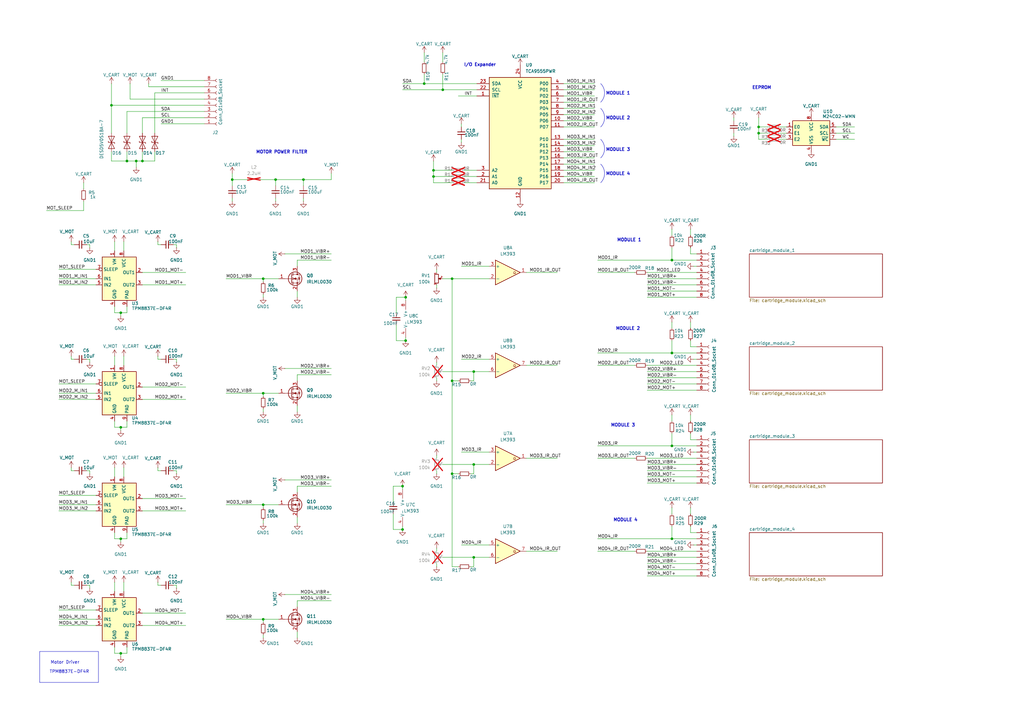
<source format=kicad_sch>
(kicad_sch (version 20231120) (generator "eeschema") (generator_version "8.0")
  (paper "A3")
  (title_block (title "Pill Dispenser") (date "21/07/2025") (rev "0.1") (company "Pawel Toborek"))
  (junction (at 113.03 73.66))
  (junction (at 166.37 121.92))
  (junction (at 165.1 199.39))
  (junction (at 45.72 43.18))
  (junction (at 173.99 34.29))
  (junction (at 166.37 139.7))
  (junction (at 275.59 182.88))
  (junction (at 185.42 156.21))
  (junction (at 49.53 220.98))
  (junction (at 194.31 190.5))
  (junction (at 58.42 66.04))
  (junction (at 49.53 175.26))
  (junction (at 194.31 228.6))
  (junction (at 55.88 66.04))
  (junction (at 165.1 217.17))
  (junction (at 49.53 267.97))
  (junction (at 275.59 144.78))
  (junction (at 95.25 73.66))
  (junction (at 124.46 73.66))
  (junction (at 107.95 114.3))
  (junction (at 49.53 128.27))
  (junction (at 275.59 220.98))
  (junction (at 194.31 152.4))
  (junction (at 107.95 207.01))
  (junction (at 311.15 52.07))
  (junction (at 177.8 72.39))
  (junction (at 185.42 194.31))
  (junction (at 181.61 36.83))
  (junction (at 52.07 66.04))
  (junction (at 177.8 69.85))
  (junction (at 311.15 54.61))
  (junction (at 107.95 161.29))
  (junction (at 275.59 106.68))
  (junction (at 107.95 254))
  (junction (at 185.42 114.3))
  (wire (pts (xy 179.07 224.79) (xy 179.07 226.06)))
  (wire (pts (xy 265.43 121.92) (xy 285.75 121.92)))
  (wire (pts (xy 320.04 52.07) (xy 322.58 52.07)))
  (wire (pts (xy 124.46 73.66) (xy 124.46 76.2)))
  (wire (pts (xy 24.13 110.49) (xy 39.37 110.49)))
  (wire (pts (xy 231.14 67.31) (xy 243.84 67.31)))
  (wire (pts (xy 107.95 120.65) (xy 107.95 121.92)))
  (wire (pts (xy 181.61 228.6) (xy 194.31 228.6)))
  (wire (pts (xy 116.84 243.84) (xy 135.89 243.84)))
  (wire (pts (xy 231.14 34.29) (xy 243.84 34.29)))
  (wire (pts (xy 283.21 142.24) (xy 285.75 142.24)))
  (wire (pts (xy 92.71 114.3) (xy 107.95 114.3)))
  (wire (pts (xy 161.29 205.74) (xy 161.29 199.39)))
  (wire (pts (xy 275.59 101.6) (xy 275.59 106.68)))
  (wire (pts (xy 124.46 73.66) (xy 135.89 73.66)))
  (wire (pts (xy 58.42 66.04) (xy 58.42 62.23)))
  (wire (pts (xy 50.8 146.05) (xy 50.8 149.86)))
  (wire (pts (xy 320.04 57.15) (xy 322.58 57.15)))
  (wire (pts (xy 245.11 220.98) (xy 275.59 220.98)))
  (wire (pts (xy 58.42 116.84) (xy 76.2 116.84)))
  (wire (pts (xy 36.83 100.33) (xy 35.56 100.33)))
  (wire (pts (xy 66.04 147.32) (xy 64.77 147.32)))
  (wire (pts (xy 161.29 199.39) (xy 165.1 199.39)))
  (wire (pts (xy 179.07 232.41) (xy 179.07 231.14)))
  (wire (pts (xy 46.99 128.27) (xy 49.53 128.27)))
  (wire (pts (xy 189.23 50.8) (xy 189.23 52.07)))
  (wire (pts (xy 283.21 132.08) (xy 283.21 134.62)))
  (wire (pts (xy 265.43 195.58) (xy 285.75 195.58)))
  (wire (pts (xy 72.39 194.31) (xy 72.39 193.04)))
  (wire (pts (xy 50.8 191.77) (xy 50.8 195.58)))
  (wire (pts (xy 66.04 193.04) (xy 64.77 193.04)))
  (wire (pts (xy 36.83 194.31) (xy 36.83 193.04)))
  (wire (pts (xy 265.43 116.84) (xy 285.75 116.84)))
  (wire (pts (xy 45.72 34.29) (xy 45.72 43.18)))
  (wire (pts (xy 231.14 69.85) (xy 243.84 69.85)))
  (wire (pts (xy 121.92 168.91) (xy 121.92 166.37)))
  (wire (pts (xy 72.39 147.32) (xy 71.12 147.32)))
  (wire (pts (xy 284.48 109.22) (xy 285.75 109.22)))
  (wire (pts (xy 189.23 223.52) (xy 200.66 223.52)))
  (wire (pts (xy 284.48 223.52) (xy 285.75 223.52)))
  (wire (pts (xy 46.99 218.44) (xy 46.99 220.98)))
  (wire (pts (xy 107.95 114.3) (xy 114.3 114.3)))
  (wire (pts (xy 45.72 66.04) (xy 52.07 66.04)))
  (wire (pts (xy 106.68 73.66) (xy 113.03 73.66)))
  (wire (pts (xy 265.43 233.68) (xy 285.75 233.68)))
  (wire (pts (xy 72.39 148.59) (xy 72.39 147.32)))
  (wire (pts (xy 121.92 246.38) (xy 135.89 246.38)))
  (wire (pts (xy 189.23 185.42) (xy 200.66 185.42)))
  (wire (pts (xy 231.14 74.93) (xy 243.84 74.93)))
  (wire (pts (xy 162.56 128.27) (xy 162.56 121.92)))
  (wire (pts (xy 342.9 52.07) (xy 350.52 52.07)))
  (wire (pts (xy 36.83 240.03) (xy 35.56 240.03)))
  (wire (pts (xy 107.95 207.01) (xy 107.95 208.28)))
  (wire (pts (xy 34.29 74.93) (xy 34.29 77.47)))
  (wire (pts (xy 58.42 204.47) (xy 76.2 204.47)))
  (wire (pts (xy 311.15 54.61) (xy 314.96 54.61)))
  (wire (pts (xy 342.9 57.15) (xy 350.52 57.15)))
  (wire (pts (xy 231.14 64.77) (xy 243.84 64.77)))
  (wire (pts (xy 177.8 72.39) (xy 177.8 74.93)))
  (wire (pts (xy 63.5 66.04) (xy 63.5 62.23)))
  (wire (pts (xy 46.99 99.06) (xy 46.99 102.87)))
  (wire (pts (xy 36.83 193.04) (xy 35.56 193.04)))
  (wire (pts (xy 46.99 238.76) (xy 46.99 242.57)))
  (wire (pts (xy 121.92 106.68) (xy 135.89 106.68)))
  (wire (pts (xy 49.53 175.26) (xy 49.53 176.53)))
  (wire (pts (xy 46.99 191.77) (xy 46.99 195.58)))
  (wire (pts (xy 179.07 110.49) (xy 179.07 111.76)))
  (wire (pts (xy 215.9 226.06) (xy 228.6 226.06)))
  (wire (pts (xy 52.07 62.23) (xy 52.07 66.04)))
  (wire (pts (xy 189.23 147.32) (xy 200.66 147.32)))
  (wire (pts (xy 52.07 172.72) (xy 52.07 175.26)))
  (wire (pts (xy 231.14 62.23) (xy 243.84 62.23)))
  (wire (pts (xy 194.31 190.5) (xy 194.31 194.31)))
  (wire (pts (xy 275.59 215.9) (xy 275.59 220.98)))
  (wire (pts (xy 52.07 175.26) (xy 49.53 175.26)))
  (wire (pts (xy 265.43 231.14) (xy 285.75 231.14)))
  (wire (pts (xy 275.59 170.18) (xy 275.59 172.72)))
  (wire (pts (xy 24.13 116.84) (xy 39.37 116.84)))
  (wire (pts (xy 52.07 45.72) (xy 83.82 45.72)))
  (wire (pts (xy 113.03 73.66) (xy 113.03 76.2)))
  (wire (pts (xy 177.8 72.39) (xy 185.42 72.39)))
  (wire (pts (xy 36.83 101.6) (xy 36.83 100.33)))
  (wire (pts (xy 283.21 218.44) (xy 283.21 215.9)))
  (wire (pts (xy 49.53 220.98) (xy 49.53 222.25)))
  (wire (pts (xy 165.1 34.29) (xy 173.99 34.29)))
  (wire (pts (xy 194.31 228.6) (xy 194.31 232.41)))
  (wire (pts (xy 215.9 149.86) (xy 228.6 149.86)))
  (wire (pts (xy 52.07 220.98) (xy 49.53 220.98)))
  (wire (pts (xy 265.43 193.04) (xy 285.75 193.04)))
  (wire (pts (xy 173.99 34.29) (xy 195.58 34.29)))
  (wire (pts (xy 275.59 132.08) (xy 275.59 134.62)))
  (wire (pts (xy 107.95 114.3) (xy 107.95 115.57)))
  (wire (pts (xy 52.07 125.73) (xy 52.07 128.27)))
  (wire (pts (xy 165.1 215.9) (xy 165.1 217.17)))
  (wire (pts (xy 231.14 59.69) (xy 243.84 59.69)))
  (wire (pts (xy 64.77 193.04) (xy 64.77 191.77)))
  (wire (pts (xy 265.43 149.86) (xy 285.75 149.86)))
  (wire (pts (xy 55.88 66.04) (xy 58.42 66.04)))
  (wire (pts (xy 107.95 161.29) (xy 114.3 161.29)))
  (wire (pts (xy 190.5 69.85) (xy 195.58 69.85)))
  (wire (pts (xy 72.39 101.6) (xy 72.39 100.33)))
  (wire (pts (xy 30.48 193.04) (xy 29.21 193.04)))
  (wire (pts (xy 275.59 177.8) (xy 275.59 182.88)))
  (wire (pts (xy 30.48 240.03) (xy 29.21 240.03)))
  (wire (pts (xy 24.13 207.01) (xy 39.37 207.01)))
  (wire (pts (xy 24.13 256.54) (xy 39.37 256.54)))
  (wire (pts (xy 194.31 156.21) (xy 193.04 156.21)))
  (wire (pts (xy 275.59 182.88) (xy 285.75 182.88)))
  (wire (pts (xy 30.48 147.32) (xy 29.21 147.32)))
  (wire (pts (xy 83.82 40.64) (xy 53.34 40.64)))
  (wire (pts (xy 194.31 232.41) (xy 193.04 232.41)))
  (wire (pts (xy 66.04 240.03) (xy 64.77 240.03)))
  (wire (pts (xy 24.13 209.55) (xy 39.37 209.55)))
  (wire (pts (xy 187.96 39.37) (xy 195.58 39.37)))
  (wire (pts (xy 121.92 246.38) (xy 121.92 248.92)))
  (wire (pts (xy 165.1 199.39) (xy 165.1 200.66)))
  (wire (pts (xy 46.99 267.97) (xy 49.53 267.97)))
  (wire (pts (xy 173.99 30.48) (xy 173.99 34.29)))
  (wire (pts (xy 311.15 48.26) (xy 311.15 52.07)))
  (wire (pts (xy 231.14 52.07) (xy 243.84 52.07)))
  (wire (pts (xy 135.89 71.12) (xy 135.89 73.66)))
  (wire (pts (xy 52.07 66.04) (xy 55.88 66.04)))
  (wire (pts (xy 29.21 100.33) (xy 29.21 99.06)))
  (wire (pts (xy 187.96 156.21) (xy 185.42 156.21)))
  (wire (pts (xy 311.15 54.61) (xy 311.15 57.15)))
  (wire (pts (xy 72.39 240.03) (xy 71.12 240.03)))
  (wire (pts (xy 179.07 156.21) (xy 179.07 154.94)))
  (wire (pts (xy 58.42 158.75) (xy 76.2 158.75)))
  (wire (pts (xy 107.95 254) (xy 107.95 255.27)))
  (wire (pts (xy 64.77 240.03) (xy 64.77 238.76)))
  (wire (pts (xy 181.61 36.83) (xy 195.58 36.83)))
  (wire (pts (xy 185.42 114.3) (xy 200.66 114.3)))
  (wire (pts (xy 265.43 157.48) (xy 285.75 157.48)))
  (wire (pts (xy 58.42 111.76) (xy 76.2 111.76)))
  (wire (pts (xy 66.04 33.02) (xy 83.82 33.02)))
  (wire (pts (xy 179.07 186.69) (xy 179.07 187.96)))
  (wire (pts (xy 311.15 52.07) (xy 314.96 52.07)))
  (wire (pts (xy 95.25 81.28) (xy 95.25 82.55)))
  (wire (pts (xy 107.95 161.29) (xy 107.95 162.56)))
  (wire (pts (xy 314.96 57.15) (xy 311.15 57.15)))
  (wire (pts (xy 265.43 154.94) (xy 285.75 154.94)))
  (wire (pts (xy 245.11 149.86) (xy 260.35 149.86)))
  (wire (pts (xy 24.13 163.83) (xy 39.37 163.83)))
  (wire (pts (xy 245.11 226.06) (xy 260.35 226.06)))
  (wire (pts (xy 121.92 153.67) (xy 121.92 156.21)))
  (wire (pts (xy 24.13 250.19) (xy 39.37 250.19)))
  (wire (pts (xy 342.9 54.61) (xy 350.52 54.61)))
  (wire (pts (xy 265.43 226.06) (xy 285.75 226.06)))
  (wire (pts (xy 72.39 193.04) (xy 71.12 193.04)))
  (wire (pts (xy 190.5 74.93) (xy 195.58 74.93)))
  (wire (pts (xy 29.21 193.04) (xy 29.21 191.77)))
  (wire (pts (xy 187.96 194.31) (xy 185.42 194.31)))
  (wire (pts (xy 177.8 69.85) (xy 177.8 72.39)))
  (wire (pts (xy 116.84 104.14) (xy 135.89 104.14)))
  (wire (pts (xy 275.59 144.78) (xy 285.75 144.78)))
  (wire (pts (xy 231.14 39.37) (xy 243.84 39.37)))
  (wire (pts (xy 95.25 71.12) (xy 95.25 73.66)))
  (wire (pts (xy 92.71 254) (xy 107.95 254)))
  (wire (pts (xy 284.48 147.32) (xy 285.75 147.32)))
  (wire (pts (xy 121.92 153.67) (xy 135.89 153.67)))
  (wire (pts (xy 283.21 104.14) (xy 285.75 104.14)))
  (wire (pts (xy 275.59 93.98) (xy 275.59 96.52)))
  (wire (pts (xy 231.14 46.99) (xy 243.84 46.99)))
  (wire (pts (xy 245.11 182.88) (xy 275.59 182.88)))
  (wire (pts (xy 283.21 170.18) (xy 283.21 172.72)))
  (wire (pts (xy 283.21 208.28) (xy 283.21 210.82)))
  (wire (pts (xy 124.46 81.28) (xy 124.46 82.55)))
  (wire (pts (xy 63.5 54.61) (xy 63.5 38.1)))
  (wire (pts (xy 194.31 152.4) (xy 200.66 152.4)))
  (wire (pts (xy 121.92 106.68) (xy 121.92 109.22)))
  (wire (pts (xy 95.25 76.2) (xy 95.25 73.66)))
  (wire (pts (xy 121.92 199.39) (xy 135.89 199.39)))
  (wire (pts (xy 231.14 49.53) (xy 243.84 49.53)))
  (wire (pts (xy 300.99 48.26) (xy 300.99 49.53)))
  (wire (pts (xy 58.42 251.46) (xy 76.2 251.46)))
  (wire (pts (xy 181.61 152.4) (xy 194.31 152.4)))
  (wire (pts (xy 45.72 62.23) (xy 45.72 66.04)))
  (wire (pts (xy 64.77 100.33) (xy 64.77 99.06)))
  (wire (pts (xy 194.31 152.4) (xy 194.31 156.21)))
  (wire (pts (xy 283.21 218.44) (xy 285.75 218.44)))
  (wire (pts (xy 265.43 228.6) (xy 285.75 228.6)))
  (wire (pts (xy 52.07 218.44) (xy 52.07 220.98)))
  (wire (pts (xy 58.42 66.04) (xy 63.5 66.04)))
  (wire (pts (xy 265.43 111.76) (xy 285.75 111.76)))
  (wire (pts (xy 265.43 187.96) (xy 285.75 187.96)))
  (wire (pts (xy 231.14 41.91) (xy 243.84 41.91)))
  (wire (pts (xy 161.29 217.17) (xy 165.1 217.17)))
  (wire (pts (xy 60.96 35.56) (xy 60.96 34.29)))
  (wire (pts (xy 181.61 30.48) (xy 181.61 36.83)))
  (wire (pts (xy 185.42 194.31) (xy 185.42 232.41)))
  (wire (pts (xy 161.29 210.82) (xy 161.29 217.17)))
  (wire (pts (xy 194.31 190.5) (xy 200.66 190.5)))
  (wire (pts (xy 107.95 260.35) (xy 107.95 261.62)))
  (wire (pts (xy 179.07 148.59) (xy 179.07 149.86)))
  (wire (pts (xy 95.25 73.66) (xy 101.6 73.66)))
  (wire (pts (xy 58.42 256.54) (xy 76.2 256.54)))
  (wire (pts (xy 46.99 175.26) (xy 49.53 175.26)))
  (wire (pts (xy 166.37 121.92) (xy 166.37 123.19)))
  (wire (pts (xy 231.14 57.15) (xy 243.84 57.15)))
  (wire (pts (xy 58.42 48.26) (xy 83.82 48.26)))
  (wire (pts (xy 265.43 114.3) (xy 285.75 114.3)))
  (wire (pts (xy 72.39 241.3) (xy 72.39 240.03)))
  (wire (pts (xy 121.92 121.92) (xy 121.92 119.38)))
  (wire (pts (xy 265.43 152.4) (xy 285.75 152.4)))
  (wire (pts (xy 64.77 147.32) (xy 64.77 146.05)))
  (wire (pts (xy 162.56 133.35) (xy 162.56 139.7)))
  (wire (pts (xy 113.03 73.66) (xy 124.46 73.66)))
  (wire (pts (xy 49.53 267.97) (xy 49.53 269.24)))
  (wire (pts (xy 177.8 66.04) (xy 177.8 69.85)))
  (wire (pts (xy 52.07 265.43) (xy 52.07 267.97)))
  (wire (pts (xy 52.07 128.27) (xy 49.53 128.27)))
  (wire (pts (xy 58.42 163.83) (xy 76.2 163.83)))
  (wire (pts (xy 46.99 125.73) (xy 46.99 128.27)))
  (wire (pts (xy 245.11 106.68) (xy 275.59 106.68)))
  (wire (pts (xy 60.96 35.56) (xy 83.82 35.56)))
  (wire (pts (xy 92.71 161.29) (xy 107.95 161.29)))
  (wire (pts (xy 185.42 156.21) (xy 185.42 114.3)))
  (wire (pts (xy 265.43 198.12) (xy 285.75 198.12)))
  (wire (pts (xy 46.99 172.72) (xy 46.99 175.26)))
  (wire (pts (xy 45.72 43.18) (xy 83.82 43.18)))
  (wire (pts (xy 231.14 36.83) (xy 243.84 36.83)))
  (wire (pts (xy 24.13 157.48) (xy 39.37 157.48)))
  (wire (pts (xy 165.1 36.83) (xy 181.61 36.83)))
  (wire (pts (xy 24.13 161.29) (xy 39.37 161.29)))
  (wire (pts (xy 121.92 199.39) (xy 121.92 201.93)))
  (wire (pts (xy 166.37 139.7) (xy 166.37 138.43)))
  (wire (pts (xy 107.95 207.01) (xy 114.3 207.01)))
  (wire (pts (xy 30.48 100.33) (xy 29.21 100.33)))
  (wire (pts (xy 52.07 267.97) (xy 49.53 267.97)))
  (wire (pts (xy 29.21 147.32) (xy 29.21 146.05)))
  (wire (pts (xy 215.9 187.96) (xy 228.6 187.96)))
  (wire (pts (xy 265.43 119.38) (xy 285.75 119.38)))
  (wire (pts (xy 55.88 66.04) (xy 55.88 68.58)))
  (wire (pts (xy 19.05 86.36) (xy 34.29 86.36)))
  (wire (pts (xy 36.83 147.32) (xy 35.56 147.32)))
  (wire (pts (xy 177.8 74.93) (xy 185.42 74.93)))
  (wire (pts (xy 50.8 99.06) (xy 50.8 102.87)))
  (wire (pts (xy 29.21 240.03) (xy 29.21 238.76)))
  (wire (pts (xy 116.84 196.85) (xy 135.89 196.85)))
  (wire (pts (xy 283.21 180.34) (xy 283.21 177.8)))
  (wire (pts (xy 46.99 146.05) (xy 46.99 149.86)))
  (wire (pts (xy 189.23 109.22) (xy 200.66 109.22)))
  (wire (pts (xy 231.14 72.39) (xy 243.84 72.39)))
  (wire (pts (xy 173.99 21.59) (xy 173.99 25.4)))
  (wire (pts (xy 283.21 93.98) (xy 283.21 96.52)))
  (wire (pts (xy 245.11 111.76) (xy 260.35 111.76)))
  (wire (pts (xy 24.13 203.2) (xy 39.37 203.2)))
  (wire (pts (xy 107.95 213.36) (xy 107.95 214.63)))
  (wire (pts (xy 275.59 220.98) (xy 285.75 220.98)))
  (wire (pts (xy 162.56 121.92) (xy 166.37 121.92)))
  (wire (pts (xy 36.83 148.59) (xy 36.83 147.32)))
  (wire (pts (xy 116.84 151.13) (xy 135.89 151.13)))
  (wire (pts (xy 113.03 81.28) (xy 113.03 82.55)))
  (wire (pts (xy 66.04 50.8) (xy 83.82 50.8)))
  (wire (pts (xy 181.61 114.3) (xy 185.42 114.3)))
  (wire (pts (xy 194.31 194.31) (xy 193.04 194.31)))
  (wire (pts (xy 185.42 156.21) (xy 185.42 194.31)))
  (wire (pts (xy 58.42 209.55) (xy 76.2 209.55)))
  (wire (pts (xy 283.21 142.24) (xy 283.21 139.7)))
  (wire (pts (xy 66.04 100.33) (xy 64.77 100.33)))
  (wire (pts (xy 107.95 167.64) (xy 107.95 168.91)))
  (wire (pts (xy 34.29 82.55) (xy 34.29 86.36)))
  (wire (pts (xy 245.11 187.96) (xy 260.35 187.96)))
  (wire (pts (xy 63.5 38.1) (xy 83.82 38.1)))
  (wire (pts (xy 36.83 241.3) (xy 36.83 240.03)))
  (wire (pts (xy 275.59 139.7) (xy 275.59 144.78)))
  (wire (pts (xy 231.14 44.45) (xy 243.84 44.45)))
  (wire (pts (xy 265.43 190.5) (xy 285.75 190.5)))
  (wire (pts (xy 58.42 48.26) (xy 58.42 54.61)))
  (wire (pts (xy 187.96 232.41) (xy 185.42 232.41)))
  (wire (pts (xy 283.21 180.34) (xy 285.75 180.34)))
  (wire (pts (xy 300.99 55.88) (xy 300.99 54.61)))
  (wire (pts (xy 72.39 100.33) (xy 71.12 100.33)))
  (wire (pts (xy 49.53 128.27) (xy 49.53 129.54)))
  (wire (pts (xy 311.15 52.07) (xy 311.15 54.61)))
  (wire (pts (xy 24.13 254) (xy 39.37 254)))
  (wire (pts (xy 194.31 228.6) (xy 200.66 228.6)))
  (wire (pts (xy 46.99 220.98) (xy 49.53 220.98)))
  (wire (pts (xy 179.07 118.11) (xy 179.07 116.84)))
  (wire (pts (xy 177.8 69.85) (xy 185.42 69.85)))
  (wire (pts (xy 320.04 54.61) (xy 322.58 54.61)))
  (wire (pts (xy 265.43 160.02) (xy 285.75 160.02)))
  (wire (pts (xy 45.72 43.18) (xy 45.72 54.61)))
  (wire (pts (xy 162.56 139.7) (xy 166.37 139.7)))
  (wire (pts (xy 121.92 261.62) (xy 121.92 259.08)))
  (wire (pts (xy 24.13 114.3) (xy 39.37 114.3)))
  (wire (pts (xy 275.59 106.68) (xy 285.75 106.68)))
  (wire (pts (xy 181.61 21.59) (xy 181.61 25.4)))
  (wire (pts (xy 53.34 40.64) (xy 53.34 34.29)))
  (wire (pts (xy 92.71 207.01) (xy 107.95 207.01)))
  (wire (pts (xy 283.21 104.14) (xy 283.21 101.6)))
  (wire (pts (xy 189.23 58.42) (xy 189.23 57.15)))
  (wire (pts (xy 284.48 185.42) (xy 285.75 185.42)))
  (wire (pts (xy 190.5 72.39) (xy 195.58 72.39)))
  (wire (pts (xy 50.8 238.76) (xy 50.8 242.57)))
  (wire (pts (xy 215.9 111.76) (xy 228.6 111.76)))
  (wire (pts (xy 46.99 265.43) (xy 46.99 267.97)))
  (wire (pts (xy 265.43 236.22) (xy 285.75 236.22)))
  (wire (pts (xy 275.59 208.28) (xy 275.59 210.82)))
  (wire (pts (xy 121.92 214.63) (xy 121.92 212.09)))
  (wire (pts (xy 181.61 190.5) (xy 194.31 190.5)))
  (wire (pts (xy 52.07 45.72) (xy 52.07 54.61)))
  (wire (pts (xy 107.95 254) (xy 114.3 254)))
  (wire (pts (xy 245.11 144.78) (xy 275.59 144.78)))
  (wire (pts (xy 179.07 194.31) (xy 179.07 193.04)))
  (arc (start 246.38 34.29) (mid 247.9582 38.1) (end 246.38 41.91))
  (arc (start 246.38 57.15) (mid 247.9582 60.96) (end 246.38 64.77))
  (arc (start 246.38 44.45) (mid 247.9582 48.26) (end 246.38 52.07))
  (rectangle (start 16.256 267.208) (end 40.386 279.908))
  (arc (start 246.38 67.31) (mid 247.9582 71.12) (end 246.38 74.93))
  (text "Motor Driver" (at 26.67 271.78 0) (effects (font (size 1.27 1.27))))
  (text "MODULE 1" (at 253.492 38.354 0) (effects (font (size 1.27 1.27) (thickness 0.254) (bold yes))))
  (text "TPM8837E-DF4R" (at 28.448 275.59 0) (effects (font (size 1.27 1.27))))
  (text "MODULE 3" (at 255.524 174.498 0) (effects (font (size 1.27 1.27) (thickness 0.254) (bold yes))))
  (text "MOTOR POWER FILTER" (at 115.57 62.484 0) (effects (font (size 1.27 1.27) (thickness 0.254) (bold yes))))
  (text "MODULE 1" (at 258.064 98.552 0) (effects (font (size 1.27 1.27) (thickness 0.254) (bold yes))))
  (text "I/O Expander" (at 196.85 26.67 0) (effects (font (size 1.27 1.27) (thickness 0.254) (bold yes))))
  (text "MODULE 4" (at 256.54 213.36 0) (effects (font (size 1.27 1.27) (thickness 0.254) (bold yes))))
  (text "MODULE 2" (at 257.556 134.874 0) (effects (font (size 1.27 1.27) (thickness 0.254) (bold yes))))
  (text "MODULE 3" (at 253.492 61.468 0) (effects (font (size 1.27 1.27) (thickness 0.254) (bold yes))))
  (text "EEPROM" (at 312.42 36.068 0) (effects (font (size 1.27 1.27) (thickness 0.254) (bold yes))))
  (text "MODULE 2" (at 253.492 48.514 0) (effects (font (size 1.27 1.27) (thickness 0.254) (bold yes))))
  (text "MODULE 4" (at 253.492 71.374 0) (effects (font (size 1.27 1.27) (thickness 0.254) (bold yes))))
  (label "MOD1_MOT+" (at 63.5 116.84 0))
  (label "INT" (at 66.04 38.1 0))
  (label "MOT_SLEEP" (at 24.13 110.49 0))
  (label "MOD2_VIBR-" (at 123.19 153.67 0))
  (label "MOD2_MOT-" (at 265.43 157.48 0))
  (label "MOD3_IR" (at 189.23 185.42 0))
  (label "SDA" (at 165.1 34.29 0))
  (label "MOD3_IR" (at 245.11 182.88 0))
  (label "MOD3_VIBR" (at 232.41 62.23 0))
  (label "MOD4_VIBR-" (at 265.43 231.14 0))
  (label "MOD3_M_IN2" (at 232.41 59.69 0))
  (label "MOD2_IR_OUT" (at 217.17 149.86 0))
  (label "MOD1_M_IN1" (at 232.41 34.29 0))
  (label "MOD4_MOT-" (at 63.5 251.46 0))
  (label "MOD4_M_IN1" (at 24.13 254 0))
  (label "MOD2_MOT-" (at 63.5 158.75 0))
  (label "MOD4_MOT+" (at 63.5 256.54 0))
  (label "MOD2_VIBR+" (at 123.19 151.13 0))
  (label "MOD4_VIBR+" (at 123.19 243.84 0))
  (label "MOD4_M_IN2" (at 24.13 256.54 0))
  (label "MOD3_M_IN1" (at 24.13 207.01 0))
  (label "SDA" (at 345.44 52.07 0))
  (label "GND1" (at 66.04 50.8 0))
  (label "MOD1_M_IN1" (at 24.13 114.3 0))
  (label "MOD1_VIBR" (at 232.41 39.37 0))
  (label "MOT_SLEEP" (at 24.13 203.2 0))
  (label "MOD4_VIBR+" (at 265.43 228.6 0))
  (label "MOT_SLEEP" (at 24.13 157.48 0))
  (label "SDA" (at 66.04 45.72 0))
  (label "MOD4_LED" (at 270.51 226.06 0))
  (label "MOD4_VIBR" (at 232.41 72.39 0))
  (label "MOD3_VIBR-" (at 123.19 199.39 0))
  (label "MOD3_IR_OUT" (at 217.17 187.96 0))
  (label "MOD3_VIBR-" (at 265.43 193.04 0))
  (label "MOD2_M_IN2" (at 232.41 46.99 0))
  (label "MOD2_M_IN1" (at 232.41 44.45 0))
  (label "MOD3_IR_OUT" (at 245.11 187.96 0))
  (label "MOD4_IR_OUT" (at 232.41 74.93 0))
  (label "MOD2_MOT+" (at 63.5 163.83 0))
  (label "MOD3_MOT-" (at 63.5 204.47 0))
  (label "MOD2_LED" (at 270.51 149.86 0))
  (label "MOD2_IR_OUT" (at 245.11 149.86 0))
  (label "MOD4_VIBR" (at 92.71 254 0))
  (label "MOD3_M_IN1" (at 232.41 57.15 0))
  (label "MOD1_IR_OUT" (at 232.41 41.91 0))
  (label "MOD3_M_IN2" (at 24.13 209.55 0))
  (label "MOD4_IR_OUT" (at 217.17 226.06 0))
  (label "MOD2_M_IN2" (at 24.13 163.83 0))
  (label "MOD4_VIBR-" (at 123.19 246.38 0))
  (label "MOD4_M_IN1" (at 232.41 67.31 0))
  (label "MOD4_MOT+" (at 265.43 236.22 0))
  (label "MOD1_MOT-" (at 265.43 119.38 0))
  (label "MOT_SLEEP" (at 19.05 86.36 0))
  (label "MOD2_IR" (at 245.11 144.78 0))
  (label "SCL" (at 66.04 48.26 0))
  (label "MOD1_MOT-" (at 63.5 111.76 0))
  (label "MOD1_VIBR-" (at 265.43 116.84 0))
  (label "MOD1_IR" (at 245.11 106.68 0))
  (label "MOD1_IR_OUT" (at 217.17 111.76 0))
  (label "INT" (at 190.5 39.37 0))
  (label "MOD1_MOT+" (at 265.43 121.92 0))
  (label "MOD4_IR" (at 245.11 220.98 0))
  (label "SCL" (at 165.1 36.83 0))
  (label "MOD2_IR_OUT" (at 232.41 52.07 0))
  (label "MOD1_M_IN2" (at 24.13 116.84 0))
  (label "MOD1_VIBR+" (at 123.19 104.14 0))
  (label "MOD2_VIBR-" (at 265.43 154.94 0))
  (label "MOD4_MOT-" (at 265.43 233.68 0))
  (label "WC" (at 345.44 57.15 0))
  (label "MOD1_IR" (at 189.23 109.22 0))
  (label "MOD3_VIBR+" (at 123.19 196.85 0))
  (label "MOD3_MOT+" (at 265.43 198.12 0))
  (label "MOD2_VIBR" (at 232.41 49.53 0))
  (label "MOD2_MOT+" (at 265.43 160.02 0))
  (label "MOD3_MOT-" (at 265.43 195.58 0))
  (label "SCL" (at 345.44 54.61 0))
  (label "MOD1_VIBR" (at 92.71 114.3 0))
  (label "MOD1_M_IN2" (at 232.41 36.83 0))
  (label "MOD2_VIBR+" (at 265.43 152.4 0))
  (label "MOD1_VIBR-" (at 123.19 106.68 0))
  (label "MOD4_M_IN2" (at 232.41 69.85 0))
  (label "GND1" (at 66.04 33.02 0))
  (label "MOT_SLEEP" (at 24.13 250.19 0))
  (label "MOD3_IR_OUT" (at 232.41 64.77 0))
  (label "MOD3_LED" (at 270.51 187.96 0))
  (label "MOD3_VIBR" (at 92.71 207.01 0))
  (label "MOD3_VIBR+" (at 265.43 190.5 0))
  (label "MOD2_IR" (at 189.23 147.32 0))
  (label "MOD2_M_IN1" (at 24.13 161.29 0))
  (label "MOD3_MOT+" (at 63.5 209.55 0))
  (label "MOD2_VIBR" (at 92.71 161.29 0))
  (label "MOD4_IR_OUT" (at 245.11 226.06 0))
  (label "MOD4_IR" (at 189.23 223.52 0))
  (label "MOD1_LED" (at 269.24 111.76 0))
  (label "MOD1_IR_OUT" (at 245.11 111.76 0))
  (label "MOD1_VIBR+" (at 265.43 114.3 0))
  (symbol (lib_id "Connector:Conn_01x08_Socket") (at 290.83 187.96 0) (unit 1)
    (property "Reference" "J5" (at 291.338 177.8 0) (effects (justify left)))
    (property "Value" "Conn_01x08_Socket" (at 292.862 198.882 90) (effects (justify left)))
    (property "Footprint" "Connector_PinSocket_1.27mm:PinSocket_1x08_P1.27mm_Vertical" (effects (hide yes)))
    (property "Description" "Generic connector, single row, 01x08, script generated" (effects (hide yes)))
  )
  (symbol (lib_id "power:+3.3V") (at 45.72 34.29 0) (unit 1)
    (property "Reference" "#PWR026" (effects (hide yes)))
    (property "Value" "V_CART" (at 45.72 30.734 0))
    (property "Description" "Power symbol creates a global label with name \"+3.3V\"" (effects (hide yes)))
  )
  (symbol (lib_id "power:GND1") (at 213.36 82.55 0) (unit 1)
    (property "Reference" "#PWR084" (effects (hide yes)))
    (property "Value" "GND1" (at 213.36 87.63 0))
    (property "Description" "Power symbol creates a global label with name \"GND1\" , ground" (effects (hide yes)))
  )
  (symbol (lib_id "power:GND1") (at 107.95 121.92 0) (unit 1)
    (property "Reference" "#PWR051" (effects (hide yes)))
    (property "Value" "GND1" (at 107.95 125.73 0))
    (property "Description" "Power symbol creates a global label with name \"GND1\" , ground" (effects (hide yes)))
  )
  (symbol (lib_id "Device:C_Small") (at 162.56 130.81 0) (unit 1)
    (property "Reference" "C17" (at 159.512 129.032 0) (effects (justify left)))
    (property "Value" "100nF" (at 157.226 132.588 0) (effects (justify left)))
    (property "Footprint" "Capacitor_SMD:C_0805_2012Metric_Pad1.18x1.45mm_HandSolder" (effects (hide yes)))
    (property "Description" "Unpolarized capacitor, small symbol" (effects (hide yes)))
  )
  (symbol (lib_id "power:+3.3V") (at 64.77 238.76 0) (unit 1)
    (property "Reference" "#PWR044" (effects (hide yes)))
    (property "Value" "V_CART" (at 62.738 234.95 0))
    (property "Description" "Power symbol creates a global label with name \"+3.3V\"" (effects (hide yes)))
  )
  (symbol (lib_id "power:GND1") (at 166.37 139.7 0) (unit 1)
    (property "Reference" "#PWR069" (effects (hide yes)))
    (property "Value" "GND1" (at 166.37 144.78 0))
    (property "Description" "Power symbol creates a global label with name \"GND1\" , ground" (effects (hide yes)))
  )
  (symbol (lib_id "power:GND1") (at 72.39 194.31 0) (unit 1)
    (property "Reference" "#PWR047" (effects (hide yes)))
    (property "Value" "GND1" (at 72.39 199.39 0))
    (property "Description" "Power symbol creates a global label with name \"GND1\" , ground" (effects (hide yes)))
  )
  (symbol (lib_id "power:GND1") (at 107.95 261.62 0) (unit 1)
    (property "Reference" "#PWR054" (effects (hide yes)))
    (property "Value" "GND1" (at 112.014 263.906 0))
    (property "Description" "Power symbol creates a global label with name \"GND1\" , ground" (effects (hide yes)))
  )
  (symbol (lib_id "power:GND1") (at 121.92 261.62 0) (unit 1)
    (property "Reference" "#PWR063" (effects (hide yes)))
    (property "Value" "GND1" (at 125.984 263.906 0))
    (property "Description" "Power symbol creates a global label with name \"GND1\" , ground" (effects (hide yes)))
  )
  (symbol (lib_id "Device:C_Small") (at 95.25 78.74 180) (unit 1)
    (property "Reference" "C13" (at 99.06 76.708 0))
    (property "Value" "10uF" (at 99.06 78.74 0))
    (property "Footprint" "Capacitor_SMD:C_0805_2012Metric_Pad1.18x1.45mm_HandSolder" (effects (hide yes)))
    (property "Description" "Unpolarized capacitor, small symbol" (effects (hide yes)))
  )
  (symbol (lib_id "Device:R_Small") (at 275.59 99.06 0) (unit 1)
    (property "Reference" "R22" (at 278.638 98.552 0))
    (property "Value" "10k" (at 278.13 96.52 0))
    (property "Footprint" "Resistor_SMD:R_0603_1608Metric_Pad0.98x0.95mm_HandSolder" (effects (hide yes)))
    (property "Description" "Resistor, small symbol" (effects (hide yes)))
  )
  (symbol (lib_id "power:GND1") (at 72.39 148.59 0) (unit 1)
    (property "Reference" "#PWR046" (effects (hide yes)))
    (property "Value" "GND1" (at 72.39 153.67 0))
    (property "Description" "Power symbol creates a global label with name \"GND1\" , ground" (effects (hide yes)))
  )
  (symbol (lib_id "Memory_EEPROM:M24C02-WMN") (at 332.74 54.61 0) (unit 1)
    (property "Reference" "U10" (at 337.566 45.72 0) (effects (justify left)))
    (property "Value" "M24C02-WMN" (at 337.312 47.752 0) (effects (justify left)))
    (property "Footprint" "Package_SO:SOIC-8_3.9x4.9mm_P1.27mm" (effects (hide yes)))
    (property "Datasheet" "http://www.st.com/content/ccc/resource/technical/document/datasheet/b0/d8/50/40/5a/85/49/6f/DM00071904.pdf/files/DM00071904.pdf/jcr:content/translations/en.DM00071904.pdf" (effects (hide yes)))
    (property "Description" "2Kb (256x8) I2C Serial EEPROM, 2.5-5.5V, SOIC-8" (effects (hide yes)))
  )
  (symbol (lib_id "Device:C_Small") (at 113.03 78.74 180) (unit 1)
    (property "Reference" "C14" (at 116.84 76.962 0))
    (property "Value" "100nF" (at 117.856 78.74 0))
    (property "Footprint" "Capacitor_SMD:C_0805_2012Metric_Pad1.18x1.45mm_HandSolder" (effects (hide yes)))
    (property "Description" "Unpolarized capacitor, small symbol" (effects (hide yes)))
  )
  (symbol (lib_id "power:GND1") (at 49.53 129.54 0) (unit 1)
    (property "Reference" "#PWR031" (effects (hide yes)))
    (property "Value" "GND1" (at 49.53 134.62 0))
    (property "Description" "Power symbol creates a global label with name \"GND1\" , ground" (effects (hide yes)))
  )
  (symbol (lib_id "Connector:Conn_01x08_Socket") (at 290.83 149.86 0) (unit 1)
    (property "Reference" "J4" (at 291.592 139.7 0) (effects (justify left)))
    (property "Value" "Conn_01x08_Socket" (at 292.862 161.036 90) (effects (justify left)))
    (property "Footprint" "Connector_PinSocket_1.27mm:PinSocket_1x08_P1.27mm_Vertical" (effects (hide yes)))
    (property "Description" "Generic connector, single row, 01x08, script generated" (effects (hide yes)))
  )
  (symbol (lib_id "power:GND1") (at 55.88 68.58 0) (unit 1)
    (property "Reference" "#PWR0185" (effects (hide yes)))
    (property "Value" "GND1" (at 55.88 73.66 0))
    (property "Description" "Power symbol creates a global label with name \"GND1\" , ground" (effects (hide yes)))
  )
  (symbol (lib_id "power:GND1") (at 179.07 156.21 0) (unit 1)
    (property "Reference" "#PWR075" (effects (hide yes)))
    (property "Value" "GND1" (at 179.07 161.29 0))
    (property "Description" "Power symbol creates a global label with name \"GND1\" , ground" (effects (hide yes)))
  )
  (symbol (lib_id "Device:C_Small") (at 68.58 240.03 90) (unit 1)
    (property "Reference" "C12" (at 70.866 236.474 90))
    (property "Value" "100nF" (at 72.136 238.76 90))
    (property "Footprint" "Capacitor_SMD:C_0805_2012Metric_Pad1.18x1.45mm_HandSolder" (effects (hide yes)))
    (property "Description" "Unpolarized capacitor, small symbol" (effects (hide yes)))
  )
  (symbol (lib_id "power:+3.3V") (at 50.8 99.06 0) (unit 1)
    (property "Reference" "#PWR035" (effects (hide yes)))
    (property "Value" "V_CART" (at 53.594 94.996 0))
    (property "Description" "Power symbol creates a global label with name \"+3.3V\"" (effects (hide yes)))
  )
  (symbol (lib_id "power:+3.3V") (at 116.84 151.13 90) (unit 1)
    (property "Reference" "#PWR057" (effects (hide yes)))
    (property "Value" "V_MOT" (at 112.776 152.908 0))
    (property "Description" "Power symbol creates a global label with name \"+3.3V\"" (effects (hide yes)))
  )
  (symbol (lib_id "power:GND1") (at 49.53 176.53 0) (unit 1)
    (property "Reference" "#PWR032" (effects (hide yes)))
    (property "Value" "GND1" (at 49.53 181.61 0))
    (property "Description" "Power symbol creates a global label with name \"GND1\" , ground" (effects (hide yes)))
  )
  (symbol (lib_id "Device:R_Small") (at 317.5 52.07 270) (unit 1) (dnp yes)
    (property "Reference" "R30" (at 314.198 53.594 90))
    (property "Value" "0R" (at 321.056 53.34 90))
    (property "Footprint" "Resistor_SMD:R_0603_1608Metric_Pad0.98x0.95mm_HandSolder" (effects (hide yes)))
    (property "Description" "Resistor, small symbol" (effects (hide yes)))
  )
  (symbol (lib_id "Device:C_Small") (at 33.02 147.32 90) (unit 1)
    (property "Reference" "C6" (at 35.306 143.764 90))
    (property "Value" "10uF" (at 36.576 146.05 90))
    (property "Footprint" "Capacitor_SMD:C_0805_2012Metric_Pad1.18x1.45mm_HandSolder" (effects (hide yes)))
    (property "Description" "Unpolarized capacitor, small symbol" (effects (hide yes)))
  )
  (symbol (lib_id "Device:R_Small") (at 107.95 118.11 180) (unit 1)
    (property "Reference" "R6" (at 111.252 117.094 0))
    (property "Value" "100k" (at 111.76 118.872 0))
    (property "Footprint" "Resistor_SMD:R_0603_1608Metric_Pad0.98x0.95mm_HandSolder" (effects (hide yes)))
    (property "Description" "Resistor, small symbol" (effects (hide yes)))
  )
  (symbol (lib_id "power:+3.3V") (at 46.99 191.77 0) (unit 1)
    (property "Reference" "#PWR029" (effects (hide yes)))
    (property "Value" "V_MOT" (at 45.212 187.706 0))
    (property "Description" "Power symbol creates a global label with name \"+3.3V\"" (effects (hide yes)))
  )
  (symbol (lib_id "power:+3.3V") (at 179.07 186.69 0) (unit 1)
    (property "Reference" "#PWR076" (effects (hide yes)))
    (property "Value" "V_CART" (at 179.07 181.61 0))
    (property "Description" "Power symbol creates a global label with name \"+3.3V\"" (effects (hide yes)))
  )
  (symbol (lib_id "Device:R_Small") (at 275.59 175.26 0) (unit 1)
    (property "Reference" "R24" (at 278.892 176.784 0))
    (property "Value" "10k" (at 278.638 174.498 0))
    (property "Footprint" "Resistor_SMD:R_0603_1608Metric_Pad0.98x0.95mm_HandSolder" (effects (hide yes)))
    (property "Description" "Resistor, small symbol" (effects (hide yes)))
  )
  (symbol (lib_id "power:GND1") (at 165.1 217.17 0) (unit 1)
    (property "Reference" "#PWR067" (effects (hide yes)))
    (property "Value" "GND1" (at 165.1 222.25 0))
    (property "Description" "Power symbol creates a global label with name \"GND1\" , ground" (effects (hide yes)))
  )
  (symbol (lib_id "Comparator:LM393") (at 208.28 187.96 0) (unit 1)
    (property "Reference" "U7" (at 208.28 177.8 0))
    (property "Value" "LM393" (at 208.28 180.34 0))
    (property "Footprint" "Package_SO:SOIC-8_3.9x4.9mm_P1.27mm" (effects (hide yes)))
    (property "Datasheet" "http://www.ti.com/lit/ds/symlink/lm393.pdf" (effects (hide yes)))
    (property "Description" "Low-Power, Low-Offset Voltage, Dual Comparators, DIP-8/SOIC-8/TO-99-8" (effects (hide yes)))
  )
  (symbol (lib_id "MyLib:TPM8837E") (at 41.91 123.19 0) (unit 1)
    (property "Reference" "U3" (at 55.372 124.46 0))
    (property "Value" "TPM8837E-DF4R" (at 62.23 126.492 0))
    (property "Footprint" "MyLib:DFN-8-1EP_2x2mm_P0.5mm_EP1.05x1.75mm_hand_solder" (effects (hide yes)))
  )
  (symbol (lib_id "Transistor_FET:IRLML0030") (at 119.38 254 0) (unit 1)
    (property "Reference" "Q11" (at 125.73 252.7299 0) (effects (justify left)))
    (property "Value" "IRLML0030" (at 125.73 255.2699 0) (effects (justify left)))
    (property "Footprint" "Package_TO_SOT_SMD:SOT-23" (effects (hide yes)))
    (property "Datasheet" "https://www.infineon.com/dgdl/irlml0030pbf.pdf?fileId=5546d462533600a401535664773825df" (effects (hide yes)))
    (property "Description" "5.3A Id, 30V Vds, 27mOhm Rds, N-Channel HEXFET Power MOSFET, SOT-23" (effects (hide yes)))
  )
  (symbol (lib_id "power:+3.3V") (at 64.77 99.06 0) (unit 1)
    (property "Reference" "#PWR041" (effects (hide yes)))
    (property "Value" "V_CART" (at 62.738 95.25 0))
    (property "Description" "Power symbol creates a global label with name \"+3.3V\"" (effects (hide yes)))
  )
  (symbol (lib_id "power:+3.3V") (at 135.89 71.12 0) (unit 1)
    (property "Reference" "#PWR065" (effects (hide yes)))
    (property "Value" "V_MOT" (at 135.89 67.564 0))
    (property "Description" "Power symbol creates a global label with name \"+3.3V\"" (effects (hide yes)))
  )
  (symbol (lib_id "Device:C_Small") (at 68.58 193.04 90) (unit 1)
    (property "Reference" "C11" (at 70.866 189.484 90))
    (property "Value" "100nF" (at 72.136 191.77 90))
    (property "Footprint" "Capacitor_SMD:C_0805_2012Metric_Pad1.18x1.45mm_HandSolder" (effects (hide yes)))
    (property "Description" "Unpolarized capacitor, small symbol" (effects (hide yes)))
  )
  (symbol (lib_id "Device:R_Small") (at 181.61 27.94 0) (unit 1)
    (property "Reference" "R11" (at 183.134 31.242 90))
    (property "Value" "4.7k" (at 182.88 24.384 90))
    (property "Footprint" "Resistor_SMD:R_0603_1608Metric_Pad0.98x0.95mm_HandSolder" (effects (hide yes)))
    (property "Description" "Resistor, small symbol" (effects (hide yes)))
  )
  (symbol (lib_id "Device:R_Small") (at 317.5 54.61 270) (unit 1) (dnp yes)
    (property "Reference" "R31" (at 314.198 56.134 90))
    (property "Value" "0R" (at 321.056 55.88 90))
    (property "Footprint" "Resistor_SMD:R_0603_1608Metric_Pad0.98x0.95mm_HandSolder" (effects (hide yes)))
    (property "Description" "Resistor, small symbol" (effects (hide yes)))
  )
  (symbol (lib_id "Device:R_Small") (at 34.29 80.01 180) (unit 1)
    (property "Reference" "R5" (at 37.592 78.994 0))
    (property "Value" "1k" (at 38.1 80.772 0))
    (property "Footprint" "Resistor_SMD:R_0603_1608Metric_Pad0.98x0.95mm_HandSolder" (effects (hide yes)))
    (property "Description" "Resistor, small symbol" (effects (hide yes)))
  )
  (symbol (lib_id "Device:R_Small") (at 262.89 111.76 90) (unit 1)
    (property "Reference" "R18" (at 266.446 109.982 90))
    (property "Value" "200R" (at 260.35 109.728 90))
    (property "Footprint" "Resistor_SMD:R_0603_1608Metric_Pad0.98x0.95mm_HandSolder" (effects (hide yes)))
    (property "Description" "Resistor, small symbol" (effects (hide yes)))
  )
  (symbol (lib_id "power:GND1") (at 49.53 222.25 0) (unit 1)
    (property "Reference" "#PWR033" (effects (hide yes)))
    (property "Value" "GND1" (at 49.53 227.33 0))
    (property "Description" "Power symbol creates a global label with name \"GND1\" , ground" (effects (hide yes)))
  )
  (symbol (lib_id "Device:R_Small") (at 283.21 137.16 0) (unit 1)
    (property "Reference" "R27" (at 286.258 137.922 0))
    (property "Value" "200R" (at 286.766 135.636 0))
    (property "Footprint" "Resistor_SMD:R_0603_1608Metric_Pad0.98x0.95mm_HandSolder" (effects (hide yes)))
    (property "Description" "Resistor, small symbol" (effects (hide yes)))
  )
  (symbol (lib_id "Device:R_Small") (at 262.89 149.86 90) (unit 1)
    (property "Reference" "R19" (at 266.446 148.082 90))
    (property "Value" "200R" (at 260.35 147.828 90))
    (property "Footprint" "Resistor_SMD:R_0603_1608Metric_Pad0.98x0.95mm_HandSolder" (effects (hide yes)))
    (property "Description" "Resistor, small symbol" (effects (hide yes)))
  )
  (symbol (lib_id "power:+3.3V") (at 173.99 21.59 0) (unit 1)
    (property "Reference" "#PWR070" (effects (hide yes)))
    (property "Value" "V_CART" (at 173.99 18.034 0))
    (property "Description" "Power symbol creates a global label with name \"+3.3V\"" (effects (hide yes)))
  )
  (symbol (lib_id "Diode:ESD9B3.3ST5G") (at 63.5 58.42 90) (unit 1)
    (property "Reference" "D17" (at 63.754 62.738 90) (effects (justify right)))
    (property "Value" "DESD5V0S1BA-7" (effects (hide yes)))
    (property "Footprint" "Diode_SMD:D_SOD-323" (effects (hide yes)))
    (property "Datasheet" "https://www.onsemi.com/pub/Collateral/ESD9B-D.PDF" (effects (hide yes)))
    (property "Description" "ESD protection diode, 3.3Vrwm, SOD-923" (effects (hide yes)))
  )
  (symbol (lib_id "Device:C_Small") (at 68.58 147.32 90) (unit 1)
    (property "Reference" "C10" (at 70.866 143.764 90))
    (property "Value" "100nF" (at 72.136 146.05 90))
    (property "Footprint" "Capacitor_SMD:C_0805_2012Metric_Pad1.18x1.45mm_HandSolder" (effects (hide yes)))
    (property "Description" "Unpolarized capacitor, small symbol" (effects (hide yes)))
  )
  (symbol (lib_id "power:+3.3V") (at 29.21 99.06 0) (unit 1)
    (property "Reference" "#PWR017" (effects (hide yes)))
    (property "Value" "V_MOT" (at 27.432 94.996 0))
    (property "Description" "Power symbol creates a global label with name \"+3.3V\"" (effects (hide yes)))
  )
  (symbol (lib_id "Device:C_Small") (at 33.02 240.03 90) (unit 1)
    (property "Reference" "C8" (at 35.306 236.474 90))
    (property "Value" "10uF" (at 36.576 238.76 90))
    (property "Footprint" "Capacitor_SMD:C_0805_2012Metric_Pad1.18x1.45mm_HandSolder" (effects (hide yes)))
    (property "Description" "Unpolarized capacitor, small symbol" (effects (hide yes)))
  )
  (symbol (lib_id "power:+3.3V") (at 165.1 199.39 0) (unit 1)
    (property "Reference" "#PWR066" (effects (hide yes)))
    (property "Value" "V_CART" (at 165.1 194.31 0))
    (property "Description" "Power symbol creates a global label with name \"+3.3V\"" (effects (hide yes)))
  )
  (symbol (lib_id "power:GND1") (at 284.48 147.32 270) (unit 1)
    (property "Reference" "#PWR094" (effects (hide yes)))
    (property "Value" "GND1" (at 281.686 146.304 90) (effects (justify right)))
    (property "Description" "Power symbol creates a global label with name \"GND1\" , ground" (effects (hide yes)))
  )
  (symbol (lib_id "Device:R_Small") (at 317.5 57.15 270) (unit 1) (dnp yes)
    (property "Reference" "R32" (at 314.198 58.674 90))
    (property "Value" "0R" (at 321.056 58.42 90))
    (property "Footprint" "Resistor_SMD:R_0603_1608Metric_Pad0.98x0.95mm_HandSolder" (effects (hide yes)))
    (property "Description" "Resistor, small symbol" (effects (hide yes)))
  )
  (symbol (lib_id "Device:R_Small") (at 283.21 175.26 0) (unit 1)
    (property "Reference" "R28" (at 286.258 176.276 0))
    (property "Value" "200R" (at 287.02 173.99 0))
    (property "Footprint" "Resistor_SMD:R_0603_1608Metric_Pad0.98x0.95mm_HandSolder" (effects (hide yes)))
    (property "Description" "Resistor, small symbol" (effects (hide yes)))
  )
  (symbol (lib_id "Device:C_Small") (at 189.23 54.61 0) (unit 1)
    (property "Reference" "C18" (at 193.04 53.594 0))
    (property "Value" "100nF" (at 193.548 55.372 0))
    (property "Footprint" "Capacitor_SMD:C_0805_2012Metric_Pad1.18x1.45mm_HandSolder" (effects (hide yes)))
    (property "Description" "Unpolarized capacitor, small symbol" (effects (hide yes)))
  )
  (symbol (lib_id "power:GND1") (at 95.25 82.55 0) (unit 1)
    (property "Reference" "#PWR050" (effects (hide yes)))
    (property "Value" "GND1" (at 95.25 87.63 0))
    (property "Description" "Power symbol creates a global label with name \"GND1\" , ground" (effects (hide yes)))
  )
  (symbol (lib_id "Device:C_Small") (at 161.29 208.28 0) (unit 1)
    (property "Reference" "C16" (at 158.242 206.502 0) (effects (justify left)))
    (property "Value" "100nF" (at 155.956 209.804 0) (effects (justify left)))
    (property "Footprint" "Capacitor_SMD:C_0805_2012Metric_Pad1.18x1.45mm_HandSolder" (effects (hide yes)))
    (property "Description" "Unpolarized capacitor, small symbol" (effects (hide yes)))
  )
  (symbol (lib_id "power:+3.3V") (at 50.8 191.77 0) (unit 1)
    (property "Reference" "#PWR037" (effects (hide yes)))
    (property "Value" "V_CART" (at 53.594 187.706 0))
    (property "Description" "Power symbol creates a global label with name \"+3.3V\"" (effects (hide yes)))
  )
  (symbol (lib_id "power:+3.3V") (at 275.59 208.28 0) (unit 1)
    (property "Reference" "#PWR088" (effects (hide yes)))
    (property "Value" "V_CART" (at 272.288 204.724 0) (effects (justify left)))
    (property "Description" "Power symbol creates a global label with name \"+3.3V\"" (effects (hide yes)))
  )
  (symbol (lib_id "power:+3.3V") (at 166.37 121.92 0) (unit 1)
    (property "Reference" "#PWR068" (effects (hide yes)))
    (property "Value" "V_CART" (at 166.37 116.84 0))
    (property "Description" "Power symbol creates a global label with name \"+3.3V\"" (effects (hide yes)))
  )
  (symbol (lib_id "Comparator:LM393") (at 208.28 111.76 0) (unit 1)
    (property "Reference" "U8" (at 208.28 101.6 0))
    (property "Value" "LM393" (at 208.28 104.14 0))
    (property "Footprint" "Package_SO:SOIC-8_3.9x4.9mm_P1.27mm" (effects (hide yes)))
    (property "Datasheet" "http://www.ti.com/lit/ds/symlink/lm393.pdf" (effects (hide yes)))
    (property "Description" "Low-Power, Low-Offset Voltage, Dual Comparators, DIP-8/SOIC-8/TO-99-8" (effects (hide yes)))
  )
  (symbol (lib_id "power:+3.3V") (at 179.07 224.79 0) (unit 1)
    (property "Reference" "#PWR078" (effects (hide yes)))
    (property "Value" "V_CART" (at 179.07 219.71 0))
    (property "Description" "Power symbol creates a global label with name \"+3.3V\"" (effects (hide yes)))
  )
  (symbol (lib_id "Device:C_Small") (at 33.02 100.33 90) (unit 1)
    (property "Reference" "C5" (at 35.306 96.774 90))
    (property "Value" "10uF" (at 36.576 99.06 90))
    (property "Footprint" "Capacitor_SMD:C_0805_2012Metric_Pad1.18x1.45mm_HandSolder" (effects (hide yes)))
    (property "Description" "Unpolarized capacitor, small symbol" (effects (hide yes)))
  )
  (symbol (lib_id "power:+3.3V") (at 179.07 148.59 0) (unit 1)
    (property "Reference" "#PWR074" (effects (hide yes)))
    (property "Value" "V_CART" (at 179.07 143.51 0))
    (property "Description" "Power symbol creates a global label with name \"+3.3V\"" (effects (hide yes)))
  )
  (symbol (lib_id "power:GND1") (at 36.83 194.31 0) (unit 1)
    (property "Reference" "#PWR023" (effects (hide yes)))
    (property "Value" "GND1" (at 36.83 199.39 0))
    (property "Description" "Power symbol creates a global label with name \"GND1\" , ground" (effects (hide yes)))
  )
  (symbol (lib_id "power:+3.3V") (at 46.99 99.06 0) (unit 1)
    (property "Reference" "#PWR027" (effects (hide yes)))
    (property "Value" "V_MOT" (at 45.212 94.996 0))
    (property "Description" "Power symbol creates a global label with name \"+3.3V\"" (effects (hide yes)))
  )
  (symbol (lib_id "Connector:Conn_01x08_Socket") (at 290.83 226.06 0) (unit 1)
    (property "Reference" "J6" (at 291.846 215.9 0) (effects (justify left)))
    (property "Value" "Conn_01x08_Socket" (at 292.862 236.728 90) (effects (justify left)))
    (property "Footprint" "Connector_PinSocket_1.27mm:PinSocket_1x08_P1.27mm_Vertical" (effects (hide yes)))
    (property "Description" "Generic connector, single row, 01x08, script generated" (effects (hide yes)))
  )
  (symbol (lib_id "MyLib:TPM8837E") (at 41.91 262.89 0) (unit 1)
    (property "Reference" "U6" (at 55.372 264.16 0))
    (property "Value" "TPM8837E-DF4R" (at 62.23 266.192 0))
    (property "Footprint" "MyLib:DFN-8-1EP_2x2mm_P0.5mm_EP1.05x1.75mm_hand_solder" (effects (hide yes)))
  )
  (symbol (lib_id "Device:R_Small") (at 262.89 187.96 90) (unit 1)
    (property "Reference" "R20" (at 266.446 186.182 90))
    (property "Value" "200R" (at 260.35 185.928 90))
    (property "Footprint" "Resistor_SMD:R_0603_1608Metric_Pad0.98x0.95mm_HandSolder" (effects (hide yes)))
    (property "Description" "Resistor, small symbol" (effects (hide yes)))
  )
  (symbol (lib_id "power:+3.3V") (at 213.36 26.67 0) (unit 1)
    (property "Reference" "#PWR083" (effects (hide yes)))
    (property "Value" "V_CART" (at 213.36 23.114 0))
    (property "Description" "Power symbol creates a global label with name \"+3.3V\"" (effects (hide yes)))
  )
  (symbol (lib_id "Device:R_Potentiometer_Small") (at 179.07 152.4 0) (unit 1) (dnp yes)
    (property "Reference" "RV2" (at 176.53 151.1299 0) (effects (justify right)))
    (property "Value" "100k" (at 176.53 153.6699 0) (effects (justify right)))
    (property "Footprint" "MyLib:Potentiometer_Bourns_TC33X_Vertical" (effects (hide yes)))
    (property "Description" "Potentiometer" (effects (hide yes)))
  )
  (symbol (lib_id "power:+3.3V") (at 29.21 238.76 0) (unit 1)
    (property "Reference" "#PWR020" (effects (hide yes)))
    (property "Value" "V_MOT" (at 27.432 234.696 0))
    (property "Description" "Power symbol creates a global label with name \"+3.3V\"" (effects (hide yes)))
  )
  (symbol (lib_id "Device:R_Small") (at 107.95 210.82 180) (unit 1)
    (property "Reference" "R8" (at 111.252 209.804 0))
    (property "Value" "100k" (at 111.76 211.582 0))
    (property "Footprint" "Resistor_SMD:R_0603_1608Metric_Pad0.98x0.95mm_HandSolder" (effects (hide yes)))
    (property "Description" "Resistor, small symbol" (effects (hide yes)))
  )
  (symbol (lib_id "power:+3.3V") (at 50.8 238.76 0) (unit 1)
    (property "Reference" "#PWR038" (effects (hide yes)))
    (property "Value" "V_CART" (at 53.594 234.696 0))
    (property "Description" "Power symbol creates a global label with name \"+3.3V\"" (effects (hide yes)))
  )
  (symbol (lib_id "power:+3.3V") (at 283.21 132.08 0) (unit 1)
    (property "Reference" "#PWR090" (effects (hide yes)))
    (property "Value" "V_CART" (at 279.908 128.524 0) (effects (justify left)))
    (property "Description" "Power symbol creates a global label with name \"+3.3V\"" (effects (hide yes)))
  )
  (symbol (lib_id "Connector:Conn_01x08_Socket") (at 290.83 111.76 0) (unit 1)
    (property "Reference" "J3" (at 291.338 101.6 0) (effects (justify left)))
    (property "Value" "Conn_01x08_Socket" (at 292.354 122.682 90) (effects (justify left)))
    (property "Footprint" "Connector_PinSocket_1.27mm:PinSocket_1x08_P1.27mm_Vertical" (effects (hide yes)))
    (property "Description" "Generic connector, single row, 01x08, script generated" (effects (hide yes)))
  )
  (symbol (lib_id "power:GND1") (at 189.23 58.42 0) (unit 1)
    (property "Reference" "#PWR082" (effects (hide yes)))
    (property "Value" "GND1" (at 189.23 62.23 0))
    (property "Description" "Power symbol creates a global label with name \"GND1\" , ground" (effects (hide yes)))
  )
  (symbol (lib_id "power:+3.3V") (at 60.96 34.29 0) (unit 1)
    (property "Reference" "#PWR040" (effects (hide yes)))
    (property "Value" "V_CART" (at 60.96 30.734 0))
    (property "Description" "Power symbol creates a global label with name \"+3.3V\"" (effects (hide yes)))
  )
  (symbol (lib_id "MyLib:TPM8837E") (at 41.91 170.18 0) (unit 1)
    (property "Reference" "U4" (at 55.372 171.45 0))
    (property "Value" "TPM8837E-DF4R" (at 62.23 173.482 0))
    (property "Footprint" "MyLib:DFN-8-1EP_2x2mm_P0.5mm_EP1.05x1.75mm_hand_solder" (effects (hide yes)))
  )
  (symbol (lib_id "Device:R_Small") (at 187.96 69.85 270) (unit 1) (dnp yes)
    (property "Reference" "R12" (at 184.15 69.088 90))
    (property "Value" "0R" (at 191.262 69.088 90))
    (property "Footprint" "Resistor_SMD:R_0603_1608Metric_Pad0.98x0.95mm_HandSolder" (effects (hide yes)))
    (property "Description" "Resistor, small symbol" (effects (hide yes)))
  )
  (symbol (lib_id "Device:R_Potentiometer_Small") (at 179.07 190.5 0) (unit 1) (dnp yes)
    (property "Reference" "RV3" (at 176.53 189.2299 0) (effects (justify right)))
    (property "Value" "100k" (at 176.53 191.7699 0) (effects (justify right)))
    (property "Footprint" "MyLib:Potentiometer_Bourns_TC33X_Vertical" (effects (hide yes)))
    (property "Description" "Potentiometer" (effects (hide yes)))
  )
  (symbol (lib_id "power:GND1") (at 121.92 121.92 0) (unit 1)
    (property "Reference" "#PWR060" (effects (hide yes)))
    (property "Value" "GND1" (at 121.92 125.73 0))
    (property "Description" "Power symbol creates a global label with name \"GND1\" , ground" (effects (hide yes)))
  )
  (symbol (lib_id "power:GND1") (at 332.74 62.23 0) (unit 1)
    (property "Reference" "#PWR0101" (effects (hide yes)))
    (property "Value" "GND1" (at 332.74 67.31 0))
    (property "Description" "Power symbol creates a global label with name \"GND1\" , ground" (effects (hide yes)))
  )
  (symbol (lib_id "power:GND1") (at 179.07 194.31 0) (unit 1)
    (property "Reference" "#PWR077" (effects (hide yes)))
    (property "Value" "GND1" (at 179.07 199.39 0))
    (property "Description" "Power symbol creates a global label with name \"GND1\" , ground" (effects (hide yes)))
  )
  (symbol (lib_id "power:GND1") (at 36.83 148.59 0) (unit 1)
    (property "Reference" "#PWR022" (effects (hide yes)))
    (property "Value" "GND1" (at 36.83 153.67 0))
    (property "Description" "Power symbol creates a global label with name \"GND1\" , ground" (effects (hide yes)))
  )
  (symbol (lib_id "power:+3.3V") (at 275.59 93.98 0) (unit 1)
    (property "Reference" "#PWR085" (effects (hide yes)))
    (property "Value" "V_CART" (at 272.288 90.424 0) (effects (justify left)))
    (property "Description" "Power symbol creates a global label with name \"+3.3V\"" (effects (hide yes)))
  )
  (symbol (lib_id "power:+3.3V") (at 46.99 238.76 0) (unit 1)
    (property "Reference" "#PWR030" (effects (hide yes)))
    (property "Value" "V_MOT" (at 45.212 234.696 0))
    (property "Description" "Power symbol creates a global label with name \"+3.3V\"" (effects (hide yes)))
  )
  (symbol (lib_id "Device:R_Small") (at 187.96 72.39 270) (unit 1) (dnp yes)
    (property "Reference" "R13" (at 184.15 71.628 90))
    (property "Value" "0R" (at 191.262 71.628 90))
    (property "Footprint" "Resistor_SMD:R_0603_1608Metric_Pad0.98x0.95mm_HandSolder" (effects (hide yes)))
    (property "Description" "Resistor, small symbol" (effects (hide yes)))
  )
  (symbol (lib_id "power:GND1") (at 72.39 101.6 0) (unit 1)
    (property "Reference" "#PWR045" (effects (hide yes)))
    (property "Value" "GND1" (at 72.39 106.68 0))
    (property "Description" "Power symbol creates a global label with name \"GND1\" , ground" (effects (hide yes)))
  )
  (symbol (lib_id "power:GND1") (at 124.46 82.55 0) (unit 1)
    (property "Reference" "#PWR064" (effects (hide yes)))
    (property "Value" "GND1" (at 124.46 87.63 0))
    (property "Description" "Power symbol creates a global label with name \"GND1\" , ground" (effects (hide yes)))
  )
  (symbol (lib_id "power:+3.3V") (at 116.84 243.84 90) (unit 1)
    (property "Reference" "#PWR059" (effects (hide yes)))
    (property "Value" "V_MOT" (at 112.776 245.618 0))
    (property "Description" "Power symbol creates a global label with name \"+3.3V\"" (effects (hide yes)))
  )
  (symbol (lib_id "Device:C_Small") (at 300.99 52.07 0) (unit 1)
    (property "Reference" "C19" (at 304.8 51.054 0))
    (property "Value" "100nF" (at 305.308 52.832 0))
    (property "Footprint" "Capacitor_SMD:C_0805_2012Metric_Pad1.18x1.45mm_HandSolder" (effects (hide yes)))
    (property "Description" "Unpolarized capacitor, small symbol" (effects (hide yes)))
  )
  (symbol (lib_id "Device:R_Small") (at 173.99 27.94 0) (unit 1)
    (property "Reference" "R10" (at 175.514 31.242 90))
    (property "Value" "4.7k" (at 175.26 24.384 90))
    (property "Footprint" "Resistor_SMD:R_0603_1608Metric_Pad0.98x0.95mm_HandSolder" (effects (hide yes)))
    (property "Description" "Resistor, small symbol" (effects (hide yes)))
  )
  (symbol (lib_id "Device:R_Small") (at 187.96 74.93 270) (unit 1) (dnp yes)
    (property "Reference" "R14" (at 184.15 74.168 90))
    (property "Value" "0R" (at 191.262 74.168 90))
    (property "Footprint" "Resistor_SMD:R_0603_1608Metric_Pad0.98x0.95mm_HandSolder" (effects (hide yes)))
    (property "Description" "Resistor, small symbol" (effects (hide yes)))
  )
  (symbol (lib_id "power:+3.3V") (at 50.8 146.05 0) (unit 1)
    (property "Reference" "#PWR036" (effects (hide yes)))
    (property "Value" "V_CART" (at 53.594 141.986 0))
    (property "Description" "Power symbol creates a global label with name \"+3.3V\"" (effects (hide yes)))
  )
  (symbol (lib_id "Interface_Expansion:TCA9555PWR") (at 213.36 54.61 0) (unit 1)
    (property "Reference" "U9" (at 215.5541 26.67 0) (effects (justify left)))
    (property "Value" "TCA9555PWR" (at 215.5541 29.21 0) (effects (justify left)))
    (property "Footprint" "Package_SO:TSSOP-24_4.4x7.8mm_P0.65mm" (effects (hide yes)))
    (property "Datasheet" "http://www.ti.com/lit/ds/symlink/tca9555.pdf" (effects (hide yes)))
    (property "Description" "16-bit I/O expander, I2C and SMBus interface, interrupts, w/ pull-ups, TSSOP-24 package" (effects (hide yes)))
  )
  (symbol (lib_id "power:GND1") (at 284.48 185.42 270) (unit 1)
    (property "Reference" "#PWR095" (effects (hide yes)))
    (property "Value" "GND1" (at 281.686 184.404 90) (effects (justify right)))
    (property "Description" "Power symbol creates a global label with name \"GND1\" , ground" (effects (hide yes)))
  )
  (symbol (lib_id "power:+3.3V") (at 53.34 34.29 0) (unit 1)
    (property "Reference" "#PWR039" (effects (hide yes)))
    (property "Value" "V_MOT" (at 53.34 30.734 0))
    (property "Description" "Power symbol creates a global label with name \"+3.3V\"" (effects (hide yes)))
  )
  (symbol (lib_id "power:+3.3V") (at 177.8 66.04 0) (unit 1)
    (property "Reference" "#PWR071" (effects (hide yes)))
    (property "Value" "V_CART" (at 177.8 62.484 0))
    (property "Description" "Power symbol creates a global label with name \"+3.3V\"" (effects (hide yes)))
  )
  (symbol (lib_id "power:+3.3V") (at 95.25 71.12 0) (unit 1)
    (property "Reference" "#PWR049" (effects (hide yes)))
    (property "Value" "V_CART" (at 95.25 67.564 0))
    (property "Description" "Power symbol creates a global label with name \"+3.3V\"" (effects (hide yes)))
  )
  (symbol (lib_id "power:+3.3V") (at 300.99 48.26 0) (unit 1)
    (property "Reference" "#PWR097" (effects (hide yes)))
    (property "Value" "V_CART" (at 300.99 44.958 0))
    (property "Description" "Power symbol creates a global label with name \"+3.3V\"" (effects (hide yes)))
  )
  (symbol (lib_id "Comparator:LM393") (at 208.28 226.06 0) (unit 2)
    (property "Reference" "U7" (at 208.28 215.9 0))
    (property "Value" "LM393" (at 208.28 218.44 0))
    (property "Footprint" "Package_SO:SOIC-8_3.9x4.9mm_P1.27mm" (effects (hide yes)))
    (property "Datasheet" "http://www.ti.com/lit/ds/symlink/lm393.pdf" (effects (hide yes)))
    (property "Description" "Low-Power, Low-Offset Voltage, Dual Comparators, DIP-8/SOIC-8/TO-99-8" (effects (hide yes)))
  )
  (symbol (lib_id "Device:R_Small") (at 275.59 213.36 0) (unit 1)
    (property "Reference" "R25" (at 278.892 214.63 0))
    (property "Value" "10k" (at 278.892 212.598 0))
    (property "Footprint" "Resistor_SMD:R_0603_1608Metric_Pad0.98x0.95mm_HandSolder" (effects (hide yes)))
    (property "Description" "Resistor, small symbol" (effects (hide yes)))
  )
  (symbol (lib_id "power:+3.3V") (at 181.61 21.59 0) (unit 1)
    (property "Reference" "#PWR080" (effects (hide yes)))
    (property "Value" "V_CART" (at 181.61 18.034 0))
    (property "Description" "Power symbol creates a global label with name \"+3.3V\"" (effects (hide yes)))
  )
  (symbol (lib_id "power:+3.3V") (at 116.84 104.14 90) (unit 1)
    (property "Reference" "#PWR056" (effects (hide yes)))
    (property "Value" "V_MOT" (at 112.776 105.918 0))
    (property "Description" "Power symbol creates a global label with name \"+3.3V\"" (effects (hide yes)))
  )
  (symbol (lib_id "power:GND1") (at 284.48 109.22 270) (unit 1)
    (property "Reference" "#PWR093" (effects (hide yes)))
    (property "Value" "GND1" (at 281.686 108.204 90) (effects (justify right)))
    (property "Description" "Power symbol creates a global label with name \"GND1\" , ground" (effects (hide yes)))
  )
  (symbol (lib_id "Connector:Conn_01x08_Socket") (at 88.9 43.18 0) (mirror x) (unit 1)
    (property "Reference" "J2" (at 87.122 54.356 0) (effects (justify left)))
    (property "Value" "Conn_01x08_Socket" (at 90.424 32.258 90) (effects (justify left)))
    (property "Footprint" "MyLib:PCB_Contacts_8pin" (effects (hide yes)))
    (property "Description" "Generic connector, single row, 01x08, script generated" (effects (hide yes)))
  )
  (symbol (lib_id "power:+3.3V") (at 29.21 191.77 0) (unit 1)
    (property "Reference" "#PWR019" (effects (hide yes)))
    (property "Value" "V_MOT" (at 27.432 187.706 0))
    (property "Description" "Power symbol creates a global label with name \"+3.3V\"" (effects (hide yes)))
  )
  (symbol (lib_id "Diode:ESD9B3.3ST5G") (at 45.72 58.42 90) (unit 1)
    (property "Reference" "D16" (at 45.974 62.738 90) (effects (justify right)))
    (property "Value" "DESD5V0S1BA-7" (at 41.656 49.022 0) (effects (justify right)))
    (property "Footprint" "Diode_SMD:D_SOD-323" (effects (hide yes)))
    (property "Datasheet" "https://www.onsemi.com/pub/Collateral/ESD9B-D.PDF" (effects (hide yes)))
    (property "Description" "ESD protection diode, 3.3Vrwm, SOD-923" (effects (hide yes)))
  )
  (symbol (lib_id "power:GND1") (at 72.39 241.3 0) (unit 1)
    (property "Reference" "#PWR048" (effects (hide yes)))
    (property "Value" "GND1" (at 72.39 246.38 0))
    (property "Description" "Power symbol creates a global label with name \"GND1\" , ground" (effects (hide yes)))
  )
  (symbol (lib_id "power:GND1") (at 179.07 232.41 0) (unit 1)
    (property "Reference" "#PWR079" (effects (hide yes)))
    (property "Value" "GND1" (at 179.07 237.49 0))
    (property "Description" "Power symbol creates a global label with name \"GND1\" , ground" (effects (hide yes)))
  )
  (symbol (lib_id "Device:R_Potentiometer_Small") (at 179.07 228.6 0) (unit 1) (dnp yes)
    (property "Reference" "RV4" (at 176.53 227.3299 0) (effects (justify right)))
    (property "Value" "100k" (at 176.53 229.8699 0) (effects (justify right)))
    (property "Footprint" "MyLib:Potentiometer_Bourns_TC33X_Vertical" (effects (hide yes)))
    (property "Description" "Potentiometer" (effects (hide yes)))
  )
  (symbol (lib_id "power:GND1") (at 179.07 118.11 0) (unit 1)
    (property "Reference" "#PWR073" (effects (hide yes)))
    (property "Value" "GND1" (at 179.07 123.19 0))
    (property "Description" "Power symbol creates a global label with name \"GND1\" , ground" (effects (hide yes)))
  )
  (symbol (lib_id "power:+3.3V") (at 29.21 146.05 0) (unit 1)
    (property "Reference" "#PWR018" (effects (hide yes)))
    (property "Value" "V_MOT" (at 27.432 141.986 0))
    (property "Description" "Power symbol creates a global label with name \"+3.3V\"" (effects (hide yes)))
  )
  (symbol (lib_id "Device:R_Small") (at 190.5 232.41 270) (unit 1)
    (property "Reference" "R17" (at 187.198 233.934 90))
    (property "Value" "0R" (at 194.056 233.68 90))
    (property "Footprint" "Resistor_SMD:R_0603_1608Metric_Pad0.98x0.95mm_HandSolder" (effects (hide yes)))
    (property "Description" "Resistor, small symbol" (effects (hide yes)))
  )
  (symbol (lib_id "Device:R_Small") (at 190.5 194.31 270) (unit 1)
    (property "Reference" "R16" (at 187.198 195.834 90))
    (property "Value" "0R" (at 194.056 195.58 90))
    (property "Footprint" "Resistor_SMD:R_0603_1608Metric_Pad0.98x0.95mm_HandSolder" (effects (hide yes)))
    (property "Description" "Resistor, small symbol" (effects (hide yes)))
  )
  (symbol (lib_id "Device:R_Small") (at 107.95 257.81 180) (unit 1)
    (property "Reference" "R9" (at 111.252 256.794 0))
    (property "Value" "100k" (at 111.76 258.572 0))
    (property "Footprint" "Resistor_SMD:R_0603_1608Metric_Pad0.98x0.95mm_HandSolder" (effects (hide yes)))
    (property "Description" "Resistor, small symbol" (effects (hide yes)))
  )
  (symbol (lib_id "power:+3.3V") (at 64.77 191.77 0) (unit 1)
    (property "Reference" "#PWR043" (effects (hide yes)))
    (property "Value" "V_CART" (at 62.738 187.96 0))
    (property "Description" "Power symbol creates a global label with name \"+3.3V\"" (effects (hide yes)))
  )
  (symbol (lib_id "Comparator:LM393") (at 168.91 130.81 0) (unit 3)
    (property "Reference" "U8" (at 167.64 129.5399 0) (effects (justify left)))
    (property "Value" "LM393" (at 166.878 132.08 0) (effects (justify left)))
    (property "Footprint" "Package_SO:SOIC-8_3.9x4.9mm_P1.27mm" (effects (hide yes)))
    (property "Datasheet" "http://www.ti.com/lit/ds/symlink/lm393.pdf" (effects (hide yes)))
    (property "Description" "Low-Power, Low-Offset Voltage, Dual Comparators, DIP-8/SOIC-8/TO-99-8" (effects (hide yes)))
  )
  (symbol (lib_id "Device:R_Small") (at 283.21 213.36 0) (unit 1)
    (property "Reference" "R29" (at 286.512 214.63 0))
    (property "Value" "200R" (at 287.274 212.598 0))
    (property "Footprint" "Resistor_SMD:R_0603_1608Metric_Pad0.98x0.95mm_HandSolder" (effects (hide yes)))
    (property "Description" "Resistor, small symbol" (effects (hide yes)))
  )
  (symbol (lib_id "power:+3.3V") (at 179.07 110.49 0) (unit 1)
    (property "Reference" "#PWR072" (effects (hide yes)))
    (property "Value" "V_CART" (at 179.07 105.41 0))
    (property "Description" "Power symbol creates a global label with name \"+3.3V\"" (effects (hide yes)))
  )
  (symbol (lib_id "Diode:ESD9B3.3ST5G") (at 52.07 58.42 90) (unit 1)
    (property "Reference" "D15" (at 52.324 62.738 90) (effects (justify right)))
    (property "Value" "DESD5V0S1BA-7" (effects (hide yes)))
    (property "Footprint" "Diode_SMD:D_SOD-323" (effects (hide yes)))
    (property "Datasheet" "https://www.onsemi.com/pub/Collateral/ESD9B-D.PDF" (effects (hide yes)))
    (property "Description" "ESD protection diode, 3.3Vrwm, SOD-923" (effects (hide yes)))
  )
  (symbol (lib_id "Device:C_Small") (at 68.58 100.33 90) (unit 1)
    (property "Reference" "C9" (at 70.866 96.774 90))
    (property "Value" "100nF" (at 72.136 99.06 90))
    (property "Footprint" "Capacitor_SMD:C_0805_2012Metric_Pad1.18x1.45mm_HandSolder" (effects (hide yes)))
    (property "Description" "Unpolarized capacitor, small symbol" (effects (hide yes)))
  )
  (symbol (lib_id "power:GND1") (at 300.99 55.88 0) (unit 1)
    (property "Reference" "#PWR098" (effects (hide yes)))
    (property "Value" "GND1" (at 300.99 59.69 0))
    (property "Description" "Power symbol creates a global label with name \"GND1\" , ground" (effects (hide yes)))
  )
  (symbol (lib_id "Transistor_FET:IRLML0030") (at 119.38 207.01 0) (unit 1)
    (property "Reference" "Q10" (at 125.73 205.7399 0) (effects (justify left)))
    (property "Value" "IRLML0030" (at 125.73 208.2799 0) (effects (justify left)))
    (property "Footprint" "Package_TO_SOT_SMD:SOT-23" (effects (hide yes)))
    (property "Datasheet" "https://www.infineon.com/dgdl/irlml0030pbf.pdf?fileId=5546d462533600a401535664773825df" (effects (hide yes)))
    (property "Description" "5.3A Id, 30V Vds, 27mOhm Rds, N-Channel HEXFET Power MOSFET, SOT-23" (effects (hide yes)))
  )
  (symbol (lib_id "power:+3.3V") (at 283.21 93.98 0) (unit 1)
    (property "Reference" "#PWR089" (effects (hide yes)))
    (property "Value" "V_CART" (at 279.908 90.424 0) (effects (justify left)))
    (property "Description" "Power symbol creates a global label with name \"+3.3V\"" (effects (hide yes)))
  )
  (symbol (lib_id "power:GND1") (at 107.95 168.91 0) (unit 1)
    (property "Reference" "#PWR052" (effects (hide yes)))
    (property "Value" "GND1" (at 107.95 172.72 0))
    (property "Description" "Power symbol creates a global label with name \"GND1\" , ground" (effects (hide yes)))
  )
  (symbol (lib_id "power:+3.3V") (at 189.23 50.8 0) (unit 1)
    (property "Reference" "#PWR081" (effects (hide yes)))
    (property "Value" "V_CART" (at 189.23 47.498 0))
    (property "Description" "Power symbol creates a global label with name \"+3.3V\"" (effects (hide yes)))
  )
  (symbol (lib_id "power:GND1") (at 121.92 214.63 0) (unit 1)
    (property "Reference" "#PWR062" (effects (hide yes)))
    (property "Value" "GND1" (at 121.92 218.44 0))
    (property "Description" "Power symbol creates a global label with name \"GND1\" , ground" (effects (hide yes)))
  )
  (symbol (lib_id "power:GND1") (at 36.83 241.3 0) (unit 1)
    (property "Reference" "#PWR024" (effects (hide yes)))
    (property "Value" "GND1" (at 36.83 246.38 0))
    (property "Description" "Power symbol creates a global label with name \"GND1\" , ground" (effects (hide yes)))
  )
  (symbol (lib_id "Device:C_Small") (at 124.46 78.74 180) (unit 1)
    (property "Reference" "C15" (at 128.27 76.962 0))
    (property "Value" "100uF" (at 129.286 78.74 0))
    (property "Footprint" "Capacitor_SMD:C_1206_3216Metric_Pad1.33x1.80mm_HandSolder" (effects (hide yes)))
    (property "Description" "Unpolarized capacitor, small symbol" (effects (hide yes)))
  )
  (symbol (lib_id "power:+3.3V") (at 275.59 132.08 0) (unit 1)
    (property "Reference" "#PWR086" (effects (hide yes)))
    (property "Value" "V_CART" (at 272.288 128.524 0) (effects (justify left)))
    (property "Description" "Power symbol creates a global label with name \"+3.3V\"" (effects (hide yes)))
  )
  (symbol (lib_id "Device:R_Small") (at 107.95 165.1 180) (unit 1)
    (property "Reference" "R7" (at 111.252 164.084 0))
    (property "Value" "100k" (at 111.76 165.862 0))
    (property "Footprint" "Resistor_SMD:R_0603_1608Metric_Pad0.98x0.95mm_HandSolder" (effects (hide yes)))
    (property "Description" "Resistor, small symbol" (effects (hide yes)))
  )
  (symbol (lib_id "power:GND1") (at 121.92 168.91 0) (unit 1)
    (property "Reference" "#PWR061" (effects (hide yes)))
    (property "Value" "GND1" (at 121.92 172.72 0))
    (property "Description" "Power symbol creates a global label with name \"GND1\" , ground" (effects (hide yes)))
  )
  (symbol (lib_id "MyLib:TPM8837E") (at 41.91 215.9 0) (unit 1)
    (property "Reference" "U5" (at 55.372 217.17 0))
    (property "Value" "TPM8837E-DF4R" (at 62.23 219.202 0))
    (property "Footprint" "MyLib:DFN-8-1EP_2x2mm_P0.5mm_EP1.05x1.75mm_hand_solder" (effects (hide yes)))
  )
  (symbol (lib_id "Device:L_Small") (at 104.14 73.66 90) (unit 1) (dnp yes)
    (property "Reference" "L2" (at 104.14 68.58 90))
    (property "Value" "2.2uH" (at 104.14 71.12 90))
    (property "Footprint" "Inductor_SMD:L_1210_3225Metric_Pad1.42x2.65mm_HandSolder" (effects (hide yes)))
    (property "Description" "Inductor, small symbol" (effects (hide yes)))
  )
  (symbol (lib_id "power:+3.3V") (at 283.21 170.18 0) (unit 1)
    (property "Reference" "#PWR091" (effects (hide yes)))
    (property "Value" "V_CART" (at 279.908 166.624 0) (effects (justify left)))
    (property "Description" "Power symbol creates a global label with name \"+3.3V\"" (effects (hide yes)))
  )
  (symbol (lib_id "power:+3.3V") (at 275.59 170.18 0) (unit 1)
    (property "Reference" "#PWR087" (effects (hide yes)))
    (property "Value" "V_CART" (at 272.288 166.624 0) (effects (justify left)))
    (property "Description" "Power symbol creates a global label with name \"+3.3V\"" (effects (hide yes)))
  )
  (symbol (lib_id "Device:R_Small") (at 283.21 99.06 0) (unit 1)
    (property "Reference" "R26" (at 286.258 98.806 0))
    (property "Value" "200R" (at 287.02 96.774 0))
    (property "Footprint" "Resistor_SMD:R_0603_1608Metric_Pad0.98x0.95mm_HandSolder" (effects (hide yes)))
    (property "Description" "Resistor, small symbol" (effects (hide yes)))
  )
  (symbol (lib_id "power:+3.3V") (at 311.15 48.26 0) (unit 1)
    (property "Reference" "#PWR099" (effects (hide yes)))
    (property "Value" "V_CART" (at 311.15 44.704 0))
    (property "Description" "Power symbol creates a global label with name \"+3.3V\"" (effects (hide yes)))
  )
  (symbol (lib_id "Transistor_FET:IRLML0030") (at 119.38 161.29 0) (unit 1)
    (property "Reference" "Q9" (at 125.73 160.0199 0) (effects (justify left)))
    (property "Value" "IRLML0030" (at 125.73 162.5599 0) (effects (justify left)))
    (property "Footprint" "Package_TO_SOT_SMD:SOT-23" (effects (hide yes)))
    (property "Datasheet" "https://www.infineon.com/dgdl/irlml0030pbf.pdf?fileId=5546d462533600a401535664773825df" (effects (hide yes)))
    (property "Description" "5.3A Id, 30V Vds, 27mOhm Rds, N-Channel HEXFET Power MOSFET, SOT-23" (effects (hide yes)))
  )
  (symbol (lib_id "power:GND1") (at 284.48 223.52 270) (unit 1)
    (property "Reference" "#PWR096" (effects (hide yes)))
    (property "Value" "GND1" (at 281.686 222.504 90) (effects (justify right)))
    (property "Description" "Power symbol creates a global label with name \"GND1\" , ground" (effects (hide yes)))
  )
  (symbol (lib_id "Device:C_Small") (at 33.02 193.04 90) (unit 1)
    (property "Reference" "C7" (at 35.306 189.484 90))
    (property "Value" "10uF" (at 36.576 191.77 90))
    (property "Footprint" "Capacitor_SMD:C_0805_2012Metric_Pad1.18x1.45mm_HandSolder" (effects (hide yes)))
    (property "Description" "Unpolarized capacitor, small symbol" (effects (hide yes)))
  )
  (symbol (lib_id "power:GND1") (at 107.95 214.63 0) (unit 1)
    (property "Reference" "#PWR053" (effects (hide yes)))
    (property "Value" "GND1" (at 107.95 218.44 0))
    (property "Description" "Power symbol creates a global label with name \"GND1\" , ground" (effects (hide yes)))
  )
  (symbol (lib_id "power:+3.3V") (at 34.29 74.93 0) (unit 1)
    (property "Reference" "#PWR025" (effects (hide yes)))
    (property "Value" "V_CART" (at 34.29 71.374 0))
    (property "Description" "Power symbol creates a global label with name \"+3.3V\"" (effects (hide yes)))
  )
  (symbol (lib_id "Comparator:LM393") (at 208.28 149.86 0) (unit 2)
    (property "Reference" "U8" (at 208.28 139.7 0))
    (property "Value" "LM393" (at 208.28 142.24 0))
    (property "Footprint" "Package_SO:SOIC-8_3.9x4.9mm_P1.27mm" (effects (hide yes)))
    (property "Datasheet" "http://www.ti.com/lit/ds/symlink/lm393.pdf" (effects (hide yes)))
    (property "Description" "Low-Power, Low-Offset Voltage, Dual Comparators, DIP-8/SOIC-8/TO-99-8" (effects (hide yes)))
  )
  (symbol (lib_id "Device:R_Small") (at 190.5 156.21 270) (unit 1)
    (property "Reference" "R15" (at 187.198 157.734 90))
    (property "Value" "0R" (at 194.056 157.48 90))
    (property "Footprint" "Resistor_SMD:R_0603_1608Metric_Pad0.98x0.95mm_HandSolder" (effects (hide yes)))
    (property "Description" "Resistor, small symbol" (effects (hide yes)))
  )
  (symbol (lib_id "power:+3.3V") (at 283.21 208.28 0) (unit 1)
    (property "Reference" "#PWR092" (effects (hide yes)))
    (property "Value" "V_CART" (at 279.908 204.724 0) (effects (justify left)))
    (property "Description" "Power symbol creates a global label with name \"+3.3V\"" (effects (hide yes)))
  )
  (symbol (lib_id "power:GND1") (at 113.03 82.55 0) (unit 1)
    (property "Reference" "#PWR055" (effects (hide yes)))
    (property "Value" "GND1" (at 113.03 87.63 0))
    (property "Description" "Power symbol creates a global label with name \"GND1\" , ground" (effects (hide yes)))
  )
  (symbol (lib_id "Device:R_Small") (at 275.59 137.16 0) (unit 1)
    (property "Reference" "R23" (at 278.384 137.922 0))
    (property "Value" "10k" (at 278.384 135.636 0))
    (property "Footprint" "Resistor_SMD:R_0603_1608Metric_Pad0.98x0.95mm_HandSolder" (effects (hide yes)))
    (property "Description" "Resistor, small symbol" (effects (hide yes)))
  )
  (symbol (lib_id "Transistor_FET:IRLML0030") (at 119.38 114.3 0) (unit 1)
    (property "Reference" "Q8" (at 125.73 113.0299 0) (effects (justify left)))
    (property "Value" "IRLML0030" (at 125.73 115.5699 0) (effects (justify left)))
    (property "Footprint" "Package_TO_SOT_SMD:SOT-23" (effects (hide yes)))
    (property "Datasheet" "https://www.infineon.com/dgdl/irlml0030pbf.pdf?fileId=5546d462533600a401535664773825df" (effects (hide yes)))
    (property "Description" "5.3A Id, 30V Vds, 27mOhm Rds, N-Channel HEXFET Power MOSFET, SOT-23" (effects (hide yes)))
  )
  (symbol (lib_id "Comparator:LM393") (at 167.64 208.28 0) (unit 3)
    (property "Reference" "U7" (at 166.37 207.0099 0) (effects (justify left)))
    (property "Value" "LM393" (at 165.608 209.55 0) (effects (justify left)))
    (property "Footprint" "Package_SO:SOIC-8_3.9x4.9mm_P1.27mm" (effects (hide yes)))
    (property "Datasheet" "http://www.ti.com/lit/ds/symlink/lm393.pdf" (effects (hide yes)))
    (property "Description" "Low-Power, Low-Offset Voltage, Dual Comparators, DIP-8/SOIC-8/TO-99-8" (effects (hide yes)))
  )
  (symbol (lib_id "Device:R_Small") (at 262.89 226.06 90) (unit 1)
    (property "Reference" "R21" (at 266.446 224.282 90))
    (property "Value" "200R" (at 260.35 224.028 90))
    (property "Footprint" "Resistor_SMD:R_0603_1608Metric_Pad0.98x0.95mm_HandSolder" (effects (hide yes)))
    (property "Description" "Resistor, small symbol" (effects (hide yes)))
  )
  (symbol (lib_id "power:+3.3V") (at 46.99 146.05 0) (unit 1)
    (property "Reference" "#PWR028" (effects (hide yes)))
    (property "Value" "V_MOT" (at 45.212 141.986 0))
    (property "Description" "Power symbol creates a global label with name \"+3.3V\"" (effects (hide yes)))
  )
  (symbol (lib_id "power:GND1") (at 36.83 101.6 0) (unit 1)
    (property "Reference" "#PWR021" (effects (hide yes)))
    (property "Value" "GND1" (at 36.83 106.68 0))
    (property "Description" "Power symbol creates a global label with name \"GND1\" , ground" (effects (hide yes)))
  )
  (symbol (lib_id "Diode:ESD9B3.3ST5G") (at 58.42 58.42 90) (unit 1)
    (property "Reference" "D14" (at 58.674 62.738 90) (effects (justify right)))
    (property "Value" "DESD5V0S1BA-7" (effects (hide yes)))
    (property "Footprint" "Diode_SMD:D_SOD-323" (effects (hide yes)))
    (property "Datasheet" "https://www.onsemi.com/pub/Collateral/ESD9B-D.PDF" (effects (hide yes)))
    (property "Description" "ESD protection diode, 3.3Vrwm, SOD-923" (effects (hide yes)))
  )
  (symbol (lib_id "power:+3.3V") (at 332.74 46.99 0) (unit 1)
    (property "Reference" "#PWR0100" (effects (hide yes)))
    (property "Value" "V_CART" (at 332.74 43.434 0))
    (property "Description" "Power symbol creates a global label with name \"+3.3V\"" (effects (hide yes)))
  )
  (symbol (lib_id "power:+3.3V") (at 64.77 146.05 0) (unit 1)
    (property "Reference" "#PWR042" (effects (hide yes)))
    (property "Value" "V_CART" (at 62.738 142.24 0))
    (property "Description" "Power symbol creates a global label with name \"+3.3V\"" (effects (hide yes)))
  )
  (symbol (lib_id "power:+3.3V") (at 116.84 196.85 90) (unit 1)
    (property "Reference" "#PWR058" (effects (hide yes)))
    (property "Value" "V_MOT" (at 112.776 198.628 0))
    (property "Description" "Power symbol creates a global label with name \"+3.3V\"" (effects (hide yes)))
  )
  (symbol (lib_id "power:GND1") (at 49.53 269.24 0) (unit 1)
    (property "Reference" "#PWR034" (effects (hide yes)))
    (property "Value" "GND1" (at 49.53 274.32 0))
    (property "Description" "Power symbol creates a global label with name \"GND1\" , ground" (effects (hide yes)))
  )
  (symbol (lib_id "Device:R_Potentiometer_Small") (at 179.07 114.3 0) (unit 1)
    (property "Reference" "RV1" (at 176.53 113.0299 0) (effects (justify right)))
    (property "Value" "100k" (at 176.53 115.5699 0) (effects (justify right)))
    (property "Footprint" "MyLib:Potentiometer_Bourns_TC33X_Vertical" (effects (hide yes)))
    (property "Description" "Potentiometer" (effects (hide yes)))
  )
  (sheet (at 307.34 142.24) (size 54.61 17.78) (stroke (width 0.1524))
    (property "Sheetname" "cartridge_module_2" (at 307.34 141.5284 0) (effects (justify left bottom)))
    (property "Sheetfile" "cartridge_module.kicad_sch" (at 307.34 160.6046 0) (effects (justify left top)))
  )
  (sheet (at 307.34 218.44) (size 54.61 17.78) (stroke (width 0.1524))
    (property "Sheetname" "cartridge_module_4" (at 307.34 217.7284 0) (effects (justify left bottom)))
    (property "Sheetfile" "cartridge_module.kicad_sch" (at 307.34 236.8046 0) (effects (justify left top)))
  )
  (sheet (at 307.34 180.34) (size 54.61 17.78) (stroke (width 0.1524))
    (property "Sheetname" "cartridge_module_3" (at 307.34 179.6284 0) (effects (justify left bottom)))
    (property "Sheetfile" "cartridge_module.kicad_sch" (at 307.34 198.7046 0) (effects (justify left top)))
  )
  (sheet (at 307.34 104.14) (size 54.61 17.78) (stroke (width 0.1524))
    (property "Sheetname" "cartridge_module_1" (at 307.34 103.4284 0) (effects (justify left bottom)))
    (property "Sheetfile" "cartridge_module.kicad_sch" (at 307.34 122.5046 0) (effects (justify left top)))
  )
)
</source>
